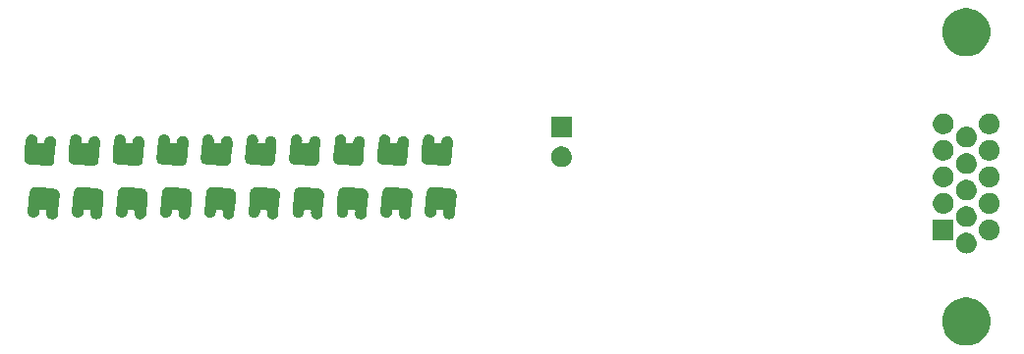
<source format=gbs>
G04 #@! TF.GenerationSoftware,KiCad,Pcbnew,7.0.9*
G04 #@! TF.CreationDate,2023-11-21T14:26:00-05:00*
G04 #@! TF.ProjectId,SCART2VGA,53434152-5432-4564-9741-2e6b69636164,rev?*
G04 #@! TF.SameCoordinates,Original*
G04 #@! TF.FileFunction,Soldermask,Bot*
G04 #@! TF.FilePolarity,Negative*
%FSLAX46Y46*%
G04 Gerber Fmt 4.6, Leading zero omitted, Abs format (unit mm)*
G04 Created by KiCad (PCBNEW 7.0.9) date 2023-11-21 14:26:00*
%MOMM*%
%LPD*%
G01*
G04 APERTURE LIST*
G04 APERTURE END LIST*
G36*
X185703799Y-116730568D02*
G01*
X185977554Y-116807270D01*
X186238315Y-116920535D01*
X186481225Y-117068252D01*
X186701758Y-117247669D01*
X186895807Y-117455444D01*
X187059756Y-117687707D01*
X187190551Y-117940131D01*
X187285757Y-118208013D01*
X187343599Y-118486365D01*
X187363000Y-118770000D01*
X187343599Y-119053635D01*
X187285757Y-119331987D01*
X187190551Y-119599869D01*
X187059756Y-119852293D01*
X186895807Y-120084556D01*
X186701758Y-120292331D01*
X186481225Y-120471748D01*
X186238315Y-120619465D01*
X185977554Y-120732730D01*
X185703799Y-120809432D01*
X185422149Y-120848144D01*
X185137851Y-120848144D01*
X184856201Y-120809432D01*
X184582446Y-120732730D01*
X184321685Y-120619465D01*
X184078775Y-120471748D01*
X183858242Y-120292331D01*
X183664193Y-120084556D01*
X183500244Y-119852293D01*
X183369449Y-119599869D01*
X183274243Y-119331987D01*
X183216401Y-119053635D01*
X183197000Y-118770000D01*
X183216401Y-118486365D01*
X183274243Y-118208013D01*
X183369449Y-117940131D01*
X183500244Y-117687707D01*
X183664193Y-117455444D01*
X183858242Y-117247669D01*
X184078775Y-117068252D01*
X184321685Y-116920535D01*
X184582446Y-116807270D01*
X184856201Y-116730568D01*
X185137851Y-116691856D01*
X185422149Y-116691856D01*
X185703799Y-116730568D01*
G37*
G36*
X185325151Y-111104930D02*
G01*
X185374076Y-111104930D01*
X185416321Y-111113909D01*
X185455485Y-111117767D01*
X185504689Y-111132693D01*
X185558115Y-111144049D01*
X185592300Y-111159269D01*
X185624230Y-111168955D01*
X185674971Y-111196076D01*
X185730000Y-111220577D01*
X185755583Y-111239164D01*
X185779743Y-111252078D01*
X185829023Y-111292521D01*
X185882218Y-111331170D01*
X185899491Y-111350354D01*
X185916053Y-111363946D01*
X185960563Y-111418182D01*
X186008115Y-111470993D01*
X186018103Y-111488293D01*
X186027921Y-111500256D01*
X186064237Y-111568200D01*
X186102191Y-111633937D01*
X186106557Y-111647374D01*
X186111044Y-111655769D01*
X186135779Y-111737311D01*
X186160333Y-111812879D01*
X186161197Y-111821103D01*
X186162232Y-111824514D01*
X186172305Y-111926787D01*
X186180000Y-112000000D01*
X186172304Y-112073218D01*
X186162232Y-112175485D01*
X186161197Y-112178895D01*
X186160333Y-112187121D01*
X186135774Y-112262702D01*
X186111044Y-112344230D01*
X186106558Y-112352622D01*
X186102191Y-112366063D01*
X186064230Y-112431812D01*
X186027921Y-112499743D01*
X186018105Y-112511703D01*
X186008115Y-112529007D01*
X185960554Y-112581828D01*
X185916053Y-112636053D01*
X185899494Y-112649642D01*
X185882218Y-112668830D01*
X185829012Y-112707486D01*
X185779743Y-112747921D01*
X185755588Y-112760831D01*
X185730000Y-112779423D01*
X185674960Y-112803928D01*
X185624230Y-112831044D01*
X185592307Y-112840727D01*
X185558115Y-112855951D01*
X185504678Y-112867309D01*
X185455485Y-112882232D01*
X185416330Y-112886088D01*
X185374076Y-112895070D01*
X185325140Y-112895070D01*
X185280000Y-112899516D01*
X185234859Y-112895070D01*
X185185924Y-112895070D01*
X185143669Y-112886088D01*
X185104514Y-112882232D01*
X185055317Y-112867308D01*
X185001885Y-112855951D01*
X184967694Y-112840728D01*
X184935769Y-112831044D01*
X184885033Y-112803925D01*
X184830000Y-112779423D01*
X184804413Y-112760833D01*
X184780256Y-112747921D01*
X184730978Y-112707479D01*
X184677782Y-112668830D01*
X184660507Y-112649645D01*
X184643946Y-112636053D01*
X184599434Y-112581815D01*
X184551885Y-112529007D01*
X184541897Y-112511707D01*
X184532078Y-112499743D01*
X184495756Y-112431788D01*
X184457809Y-112366063D01*
X184453443Y-112352627D01*
X184448955Y-112344230D01*
X184424210Y-112262656D01*
X184399667Y-112187121D01*
X184398802Y-112178900D01*
X184397767Y-112175485D01*
X184387679Y-112073067D01*
X184380000Y-112000000D01*
X184387678Y-111926939D01*
X184397767Y-111824514D01*
X184398803Y-111821098D01*
X184399667Y-111812879D01*
X184424205Y-111737357D01*
X184448955Y-111655769D01*
X184453444Y-111647369D01*
X184457809Y-111633937D01*
X184495748Y-111568223D01*
X184532078Y-111500256D01*
X184541899Y-111488289D01*
X184551885Y-111470993D01*
X184599424Y-111418194D01*
X184643946Y-111363946D01*
X184660511Y-111350350D01*
X184677782Y-111331170D01*
X184730968Y-111292527D01*
X184780256Y-111252078D01*
X184804419Y-111239162D01*
X184830000Y-111220577D01*
X184885022Y-111196079D01*
X184935769Y-111168955D01*
X184967701Y-111159268D01*
X185001885Y-111144049D01*
X185055306Y-111132693D01*
X185104514Y-111117767D01*
X185143678Y-111113909D01*
X185185924Y-111104930D01*
X185234849Y-111104930D01*
X185280000Y-111100483D01*
X185325151Y-111104930D01*
G37*
G36*
X184169134Y-109958806D02*
G01*
X184185355Y-109969645D01*
X184196194Y-109985866D01*
X184200000Y-110005000D01*
X184200000Y-111705000D01*
X184196194Y-111724134D01*
X184185355Y-111740355D01*
X184169134Y-111751194D01*
X184150000Y-111755000D01*
X182450000Y-111755000D01*
X182430866Y-111751194D01*
X182414645Y-111740355D01*
X182403806Y-111724134D01*
X182400000Y-111705000D01*
X182400000Y-110005000D01*
X182403806Y-109985866D01*
X182414645Y-109969645D01*
X182430866Y-109958806D01*
X182450000Y-109955000D01*
X184150000Y-109955000D01*
X184169134Y-109958806D01*
G37*
G36*
X187305151Y-109959930D02*
G01*
X187354076Y-109959930D01*
X187396321Y-109968909D01*
X187435485Y-109972767D01*
X187484689Y-109987693D01*
X187538115Y-109999049D01*
X187572300Y-110014269D01*
X187604230Y-110023955D01*
X187654971Y-110051076D01*
X187710000Y-110075577D01*
X187735583Y-110094164D01*
X187759743Y-110107078D01*
X187809023Y-110147521D01*
X187862218Y-110186170D01*
X187879491Y-110205354D01*
X187896053Y-110218946D01*
X187940563Y-110273182D01*
X187988115Y-110325993D01*
X187998103Y-110343293D01*
X188007921Y-110355256D01*
X188044237Y-110423200D01*
X188082191Y-110488937D01*
X188086557Y-110502374D01*
X188091044Y-110510769D01*
X188115779Y-110592311D01*
X188140333Y-110667879D01*
X188141197Y-110676103D01*
X188142232Y-110679514D01*
X188152305Y-110781787D01*
X188160000Y-110855000D01*
X188152304Y-110928218D01*
X188142232Y-111030485D01*
X188141197Y-111033895D01*
X188140333Y-111042121D01*
X188115774Y-111117702D01*
X188091044Y-111199230D01*
X188086558Y-111207622D01*
X188082191Y-111221063D01*
X188044230Y-111286812D01*
X188007921Y-111354743D01*
X187998105Y-111366703D01*
X187988115Y-111384007D01*
X187940554Y-111436828D01*
X187896053Y-111491053D01*
X187879494Y-111504642D01*
X187862218Y-111523830D01*
X187809012Y-111562486D01*
X187759743Y-111602921D01*
X187735588Y-111615831D01*
X187710000Y-111634423D01*
X187654960Y-111658928D01*
X187604230Y-111686044D01*
X187572307Y-111695727D01*
X187538115Y-111710951D01*
X187484678Y-111722309D01*
X187435485Y-111737232D01*
X187396330Y-111741088D01*
X187354076Y-111750070D01*
X187305140Y-111750070D01*
X187260000Y-111754516D01*
X187214859Y-111750070D01*
X187165924Y-111750070D01*
X187123669Y-111741088D01*
X187084514Y-111737232D01*
X187035317Y-111722308D01*
X186981885Y-111710951D01*
X186947694Y-111695728D01*
X186915769Y-111686044D01*
X186865033Y-111658925D01*
X186810000Y-111634423D01*
X186784413Y-111615833D01*
X186760256Y-111602921D01*
X186710978Y-111562479D01*
X186657782Y-111523830D01*
X186640507Y-111504645D01*
X186623946Y-111491053D01*
X186579434Y-111436815D01*
X186531885Y-111384007D01*
X186521897Y-111366707D01*
X186512078Y-111354743D01*
X186475756Y-111286788D01*
X186437809Y-111221063D01*
X186433443Y-111207627D01*
X186428955Y-111199230D01*
X186404210Y-111117656D01*
X186379667Y-111042121D01*
X186378802Y-111033900D01*
X186377767Y-111030485D01*
X186367679Y-110928067D01*
X186360000Y-110855000D01*
X186367678Y-110781939D01*
X186377767Y-110679514D01*
X186378803Y-110676098D01*
X186379667Y-110667879D01*
X186404205Y-110592357D01*
X186428955Y-110510769D01*
X186433444Y-110502369D01*
X186437809Y-110488937D01*
X186475748Y-110423223D01*
X186512078Y-110355256D01*
X186521899Y-110343289D01*
X186531885Y-110325993D01*
X186579424Y-110273194D01*
X186623946Y-110218946D01*
X186640511Y-110205350D01*
X186657782Y-110186170D01*
X186710968Y-110147527D01*
X186760256Y-110107078D01*
X186784419Y-110094162D01*
X186810000Y-110075577D01*
X186865022Y-110051079D01*
X186915769Y-110023955D01*
X186947701Y-110014268D01*
X186981885Y-109999049D01*
X187035306Y-109987693D01*
X187084514Y-109972767D01*
X187123678Y-109968909D01*
X187165924Y-109959930D01*
X187214849Y-109959930D01*
X187260000Y-109955483D01*
X187305151Y-109959930D01*
G37*
G36*
X185325151Y-108814930D02*
G01*
X185374076Y-108814930D01*
X185416321Y-108823909D01*
X185455485Y-108827767D01*
X185504689Y-108842693D01*
X185558115Y-108854049D01*
X185592300Y-108869269D01*
X185624230Y-108878955D01*
X185674971Y-108906076D01*
X185730000Y-108930577D01*
X185755583Y-108949164D01*
X185779743Y-108962078D01*
X185829023Y-109002521D01*
X185882218Y-109041170D01*
X185899491Y-109060354D01*
X185916053Y-109073946D01*
X185960563Y-109128182D01*
X186008115Y-109180993D01*
X186018103Y-109198293D01*
X186027921Y-109210256D01*
X186064237Y-109278200D01*
X186102191Y-109343937D01*
X186106557Y-109357374D01*
X186111044Y-109365769D01*
X186135779Y-109447311D01*
X186160333Y-109522879D01*
X186161197Y-109531103D01*
X186162232Y-109534514D01*
X186172305Y-109636787D01*
X186180000Y-109710000D01*
X186172304Y-109783218D01*
X186162232Y-109885485D01*
X186161197Y-109888895D01*
X186160333Y-109897121D01*
X186135774Y-109972702D01*
X186111044Y-110054230D01*
X186106558Y-110062622D01*
X186102191Y-110076063D01*
X186064230Y-110141812D01*
X186027921Y-110209743D01*
X186018105Y-110221703D01*
X186008115Y-110239007D01*
X185960554Y-110291828D01*
X185916053Y-110346053D01*
X185899494Y-110359642D01*
X185882218Y-110378830D01*
X185829012Y-110417486D01*
X185779743Y-110457921D01*
X185755588Y-110470831D01*
X185730000Y-110489423D01*
X185674960Y-110513928D01*
X185624230Y-110541044D01*
X185592307Y-110550727D01*
X185558115Y-110565951D01*
X185504678Y-110577309D01*
X185455485Y-110592232D01*
X185416330Y-110596088D01*
X185374076Y-110605070D01*
X185325140Y-110605070D01*
X185280000Y-110609516D01*
X185234859Y-110605070D01*
X185185924Y-110605070D01*
X185143669Y-110596088D01*
X185104514Y-110592232D01*
X185055317Y-110577308D01*
X185001885Y-110565951D01*
X184967694Y-110550728D01*
X184935769Y-110541044D01*
X184885033Y-110513925D01*
X184830000Y-110489423D01*
X184804413Y-110470833D01*
X184780256Y-110457921D01*
X184730978Y-110417479D01*
X184677782Y-110378830D01*
X184660507Y-110359645D01*
X184643946Y-110346053D01*
X184599434Y-110291815D01*
X184551885Y-110239007D01*
X184541897Y-110221707D01*
X184532078Y-110209743D01*
X184495756Y-110141788D01*
X184457809Y-110076063D01*
X184453443Y-110062627D01*
X184448955Y-110054230D01*
X184424210Y-109972656D01*
X184399667Y-109897121D01*
X184398802Y-109888900D01*
X184397767Y-109885485D01*
X184387679Y-109783067D01*
X184380000Y-109710000D01*
X184387678Y-109636939D01*
X184397767Y-109534514D01*
X184398803Y-109531098D01*
X184399667Y-109522879D01*
X184424205Y-109447357D01*
X184448955Y-109365769D01*
X184453444Y-109357369D01*
X184457809Y-109343937D01*
X184495748Y-109278223D01*
X184532078Y-109210256D01*
X184541899Y-109198289D01*
X184551885Y-109180993D01*
X184599424Y-109128194D01*
X184643946Y-109073946D01*
X184660511Y-109060350D01*
X184677782Y-109041170D01*
X184730968Y-109002527D01*
X184780256Y-108962078D01*
X184804419Y-108949162D01*
X184830000Y-108930577D01*
X184885022Y-108906079D01*
X184935769Y-108878955D01*
X184967701Y-108869268D01*
X185001885Y-108854049D01*
X185055306Y-108842693D01*
X185104514Y-108827767D01*
X185143678Y-108823909D01*
X185185924Y-108814930D01*
X185234849Y-108814930D01*
X185280000Y-108810483D01*
X185325151Y-108814930D01*
G37*
G36*
X105428592Y-107198468D02*
G01*
X106704982Y-107310138D01*
X106704990Y-107310139D01*
X106711519Y-107310711D01*
X106816401Y-107331357D01*
X106830091Y-107337873D01*
X106838658Y-107339773D01*
X106887554Y-107365226D01*
X106944900Y-107392524D01*
X106951729Y-107398634D01*
X106954232Y-107399937D01*
X106997435Y-107439525D01*
X107050963Y-107487415D01*
X107088868Y-107548507D01*
X107120311Y-107597862D01*
X107121157Y-107600546D01*
X107125995Y-107608343D01*
X107142932Y-107669605D01*
X107159495Y-107722134D01*
X107159877Y-107730896D01*
X107163918Y-107745511D01*
X107166038Y-107852386D01*
X107119035Y-108389629D01*
X107119300Y-108394391D01*
X107118727Y-108400930D01*
X107118728Y-108400934D01*
X107025676Y-109464516D01*
X107023428Y-109490205D01*
X107007028Y-109560223D01*
X106994366Y-109617342D01*
X106993065Y-109619840D01*
X106990974Y-109628770D01*
X106959629Y-109684069D01*
X106934199Y-109732920D01*
X106928276Y-109739383D01*
X106920797Y-109752579D01*
X106879725Y-109792367D01*
X106846170Y-109828987D01*
X106833772Y-109836885D01*
X106818581Y-109851602D01*
X106773373Y-109875363D01*
X106736275Y-109898998D01*
X106716613Y-109905197D01*
X106692608Y-109917815D01*
X106648448Y-109926689D01*
X106612004Y-109938181D01*
X106585518Y-109939337D01*
X106553083Y-109945856D01*
X106514172Y-109942451D01*
X106481828Y-109943864D01*
X106450221Y-109936857D01*
X106411310Y-109933453D01*
X106380496Y-109921399D01*
X106354614Y-109915662D01*
X106320717Y-109898016D01*
X106278773Y-109881609D01*
X106257325Y-109865016D01*
X106239038Y-109855496D01*
X106206598Y-109825770D01*
X106166213Y-109794526D01*
X106153812Y-109777401D01*
X106142968Y-109767464D01*
X106116266Y-109725550D01*
X106082745Y-109679258D01*
X106077672Y-109664969D01*
X106072959Y-109657571D01*
X106056388Y-109605016D01*
X106035133Y-109545144D01*
X106034624Y-109535989D01*
X106033776Y-109533300D01*
X106031218Y-109474733D01*
X106027234Y-109403049D01*
X106027804Y-109396529D01*
X106027804Y-109396520D01*
X106043394Y-109218316D01*
X105990145Y-109154856D01*
X105509139Y-109112773D01*
X105445680Y-109166023D01*
X105432827Y-109312921D01*
X105429517Y-109350756D01*
X105413117Y-109420774D01*
X105400455Y-109477893D01*
X105399154Y-109480391D01*
X105397063Y-109489321D01*
X105365718Y-109544620D01*
X105340288Y-109593471D01*
X105334365Y-109599934D01*
X105326886Y-109613130D01*
X105285814Y-109652918D01*
X105252259Y-109689538D01*
X105239861Y-109697436D01*
X105224670Y-109712153D01*
X105179462Y-109735914D01*
X105142364Y-109759549D01*
X105122702Y-109765748D01*
X105098697Y-109778366D01*
X105054537Y-109787240D01*
X105018093Y-109798732D01*
X104991607Y-109799888D01*
X104959172Y-109806407D01*
X104920261Y-109803002D01*
X104887917Y-109804415D01*
X104856310Y-109797408D01*
X104817399Y-109794004D01*
X104786585Y-109781950D01*
X104760703Y-109776213D01*
X104726806Y-109758567D01*
X104684862Y-109742160D01*
X104663414Y-109725567D01*
X104645127Y-109716047D01*
X104612687Y-109686321D01*
X104572302Y-109655077D01*
X104559901Y-109637952D01*
X104549057Y-109628015D01*
X104522355Y-109586101D01*
X104488834Y-109539809D01*
X104483761Y-109525520D01*
X104479048Y-109518122D01*
X104462477Y-109465567D01*
X104441222Y-109405695D01*
X104440713Y-109396540D01*
X104439865Y-109393851D01*
X104437308Y-109335295D01*
X104433323Y-109263600D01*
X104433893Y-109257077D01*
X104433893Y-109257064D01*
X104497617Y-108528703D01*
X104497492Y-108522356D01*
X104508283Y-108399009D01*
X104575360Y-107632314D01*
X104575360Y-107632310D01*
X104575932Y-107625781D01*
X104596579Y-107520898D01*
X104603093Y-107507212D01*
X104604993Y-107498643D01*
X104630450Y-107449739D01*
X104657745Y-107392399D01*
X104663856Y-107385567D01*
X104665159Y-107383066D01*
X104704743Y-107339867D01*
X104752636Y-107286337D01*
X104813623Y-107248496D01*
X104863083Y-107216987D01*
X104865775Y-107216138D01*
X104873565Y-107211305D01*
X104934782Y-107194380D01*
X104987355Y-107177804D01*
X104996122Y-107177421D01*
X105010733Y-107173382D01*
X105117607Y-107171261D01*
X105428592Y-107198468D01*
G37*
G36*
X109228592Y-107198468D02*
G01*
X110504982Y-107310138D01*
X110504990Y-107310139D01*
X110511519Y-107310711D01*
X110616401Y-107331357D01*
X110630091Y-107337873D01*
X110638658Y-107339773D01*
X110687554Y-107365226D01*
X110744900Y-107392524D01*
X110751729Y-107398634D01*
X110754232Y-107399937D01*
X110797435Y-107439525D01*
X110850963Y-107487415D01*
X110888868Y-107548507D01*
X110920311Y-107597862D01*
X110921157Y-107600546D01*
X110925995Y-107608343D01*
X110942932Y-107669605D01*
X110959495Y-107722134D01*
X110959877Y-107730896D01*
X110963918Y-107745511D01*
X110966038Y-107852386D01*
X110919035Y-108389629D01*
X110919300Y-108394391D01*
X110918727Y-108400930D01*
X110918728Y-108400934D01*
X110825676Y-109464516D01*
X110823428Y-109490205D01*
X110807028Y-109560223D01*
X110794366Y-109617342D01*
X110793065Y-109619840D01*
X110790974Y-109628770D01*
X110759629Y-109684069D01*
X110734199Y-109732920D01*
X110728276Y-109739383D01*
X110720797Y-109752579D01*
X110679725Y-109792367D01*
X110646170Y-109828987D01*
X110633772Y-109836885D01*
X110618581Y-109851602D01*
X110573373Y-109875363D01*
X110536275Y-109898998D01*
X110516613Y-109905197D01*
X110492608Y-109917815D01*
X110448448Y-109926689D01*
X110412004Y-109938181D01*
X110385518Y-109939337D01*
X110353083Y-109945856D01*
X110314172Y-109942451D01*
X110281828Y-109943864D01*
X110250221Y-109936857D01*
X110211310Y-109933453D01*
X110180496Y-109921399D01*
X110154614Y-109915662D01*
X110120717Y-109898016D01*
X110078773Y-109881609D01*
X110057325Y-109865016D01*
X110039038Y-109855496D01*
X110006598Y-109825770D01*
X109966213Y-109794526D01*
X109953812Y-109777401D01*
X109942968Y-109767464D01*
X109916266Y-109725550D01*
X109882745Y-109679258D01*
X109877672Y-109664969D01*
X109872959Y-109657571D01*
X109856388Y-109605016D01*
X109835133Y-109545144D01*
X109834624Y-109535989D01*
X109833776Y-109533300D01*
X109831218Y-109474733D01*
X109827234Y-109403049D01*
X109827804Y-109396529D01*
X109827804Y-109396520D01*
X109843394Y-109218316D01*
X109790145Y-109154856D01*
X109309139Y-109112773D01*
X109245680Y-109166023D01*
X109232827Y-109312921D01*
X109229517Y-109350756D01*
X109213117Y-109420774D01*
X109200455Y-109477893D01*
X109199154Y-109480391D01*
X109197063Y-109489321D01*
X109165718Y-109544620D01*
X109140288Y-109593471D01*
X109134365Y-109599934D01*
X109126886Y-109613130D01*
X109085814Y-109652918D01*
X109052259Y-109689538D01*
X109039861Y-109697436D01*
X109024670Y-109712153D01*
X108979462Y-109735914D01*
X108942364Y-109759549D01*
X108922702Y-109765748D01*
X108898697Y-109778366D01*
X108854537Y-109787240D01*
X108818093Y-109798732D01*
X108791607Y-109799888D01*
X108759172Y-109806407D01*
X108720261Y-109803002D01*
X108687917Y-109804415D01*
X108656310Y-109797408D01*
X108617399Y-109794004D01*
X108586585Y-109781950D01*
X108560703Y-109776213D01*
X108526806Y-109758567D01*
X108484862Y-109742160D01*
X108463414Y-109725567D01*
X108445127Y-109716047D01*
X108412687Y-109686321D01*
X108372302Y-109655077D01*
X108359901Y-109637952D01*
X108349057Y-109628015D01*
X108322355Y-109586101D01*
X108288834Y-109539809D01*
X108283761Y-109525520D01*
X108279048Y-109518122D01*
X108262477Y-109465567D01*
X108241222Y-109405695D01*
X108240713Y-109396540D01*
X108239865Y-109393851D01*
X108237308Y-109335295D01*
X108233323Y-109263600D01*
X108233893Y-109257077D01*
X108233893Y-109257064D01*
X108297617Y-108528703D01*
X108297492Y-108522356D01*
X108308283Y-108399009D01*
X108375360Y-107632314D01*
X108375360Y-107632310D01*
X108375932Y-107625781D01*
X108396579Y-107520898D01*
X108403093Y-107507212D01*
X108404993Y-107498643D01*
X108430450Y-107449739D01*
X108457745Y-107392399D01*
X108463856Y-107385567D01*
X108465159Y-107383066D01*
X108504743Y-107339867D01*
X108552636Y-107286337D01*
X108613623Y-107248496D01*
X108663083Y-107216987D01*
X108665775Y-107216138D01*
X108673565Y-107211305D01*
X108734782Y-107194380D01*
X108787355Y-107177804D01*
X108796122Y-107177421D01*
X108810733Y-107173382D01*
X108917607Y-107171261D01*
X109228592Y-107198468D01*
G37*
G36*
X113028592Y-107198468D02*
G01*
X114304982Y-107310138D01*
X114304990Y-107310139D01*
X114311519Y-107310711D01*
X114416401Y-107331357D01*
X114430091Y-107337873D01*
X114438658Y-107339773D01*
X114487554Y-107365226D01*
X114544900Y-107392524D01*
X114551729Y-107398634D01*
X114554232Y-107399937D01*
X114597435Y-107439525D01*
X114650963Y-107487415D01*
X114688868Y-107548507D01*
X114720311Y-107597862D01*
X114721157Y-107600546D01*
X114725995Y-107608343D01*
X114742932Y-107669605D01*
X114759495Y-107722134D01*
X114759877Y-107730896D01*
X114763918Y-107745511D01*
X114766038Y-107852386D01*
X114719035Y-108389629D01*
X114719300Y-108394391D01*
X114718727Y-108400930D01*
X114718728Y-108400934D01*
X114625676Y-109464516D01*
X114623428Y-109490205D01*
X114607028Y-109560223D01*
X114594366Y-109617342D01*
X114593065Y-109619840D01*
X114590974Y-109628770D01*
X114559629Y-109684069D01*
X114534199Y-109732920D01*
X114528276Y-109739383D01*
X114520797Y-109752579D01*
X114479725Y-109792367D01*
X114446170Y-109828987D01*
X114433772Y-109836885D01*
X114418581Y-109851602D01*
X114373373Y-109875363D01*
X114336275Y-109898998D01*
X114316613Y-109905197D01*
X114292608Y-109917815D01*
X114248448Y-109926689D01*
X114212004Y-109938181D01*
X114185518Y-109939337D01*
X114153083Y-109945856D01*
X114114172Y-109942451D01*
X114081828Y-109943864D01*
X114050221Y-109936857D01*
X114011310Y-109933453D01*
X113980496Y-109921399D01*
X113954614Y-109915662D01*
X113920717Y-109898016D01*
X113878773Y-109881609D01*
X113857325Y-109865016D01*
X113839038Y-109855496D01*
X113806598Y-109825770D01*
X113766213Y-109794526D01*
X113753812Y-109777401D01*
X113742968Y-109767464D01*
X113716266Y-109725550D01*
X113682745Y-109679258D01*
X113677672Y-109664969D01*
X113672959Y-109657571D01*
X113656388Y-109605016D01*
X113635133Y-109545144D01*
X113634624Y-109535989D01*
X113633776Y-109533300D01*
X113631218Y-109474733D01*
X113627234Y-109403049D01*
X113627804Y-109396529D01*
X113627804Y-109396520D01*
X113643394Y-109218316D01*
X113590145Y-109154856D01*
X113109139Y-109112773D01*
X113045680Y-109166023D01*
X113032827Y-109312921D01*
X113029517Y-109350756D01*
X113013117Y-109420774D01*
X113000455Y-109477893D01*
X112999154Y-109480391D01*
X112997063Y-109489321D01*
X112965718Y-109544620D01*
X112940288Y-109593471D01*
X112934365Y-109599934D01*
X112926886Y-109613130D01*
X112885814Y-109652918D01*
X112852259Y-109689538D01*
X112839861Y-109697436D01*
X112824670Y-109712153D01*
X112779462Y-109735914D01*
X112742364Y-109759549D01*
X112722702Y-109765748D01*
X112698697Y-109778366D01*
X112654537Y-109787240D01*
X112618093Y-109798732D01*
X112591607Y-109799888D01*
X112559172Y-109806407D01*
X112520261Y-109803002D01*
X112487917Y-109804415D01*
X112456310Y-109797408D01*
X112417399Y-109794004D01*
X112386585Y-109781950D01*
X112360703Y-109776213D01*
X112326806Y-109758567D01*
X112284862Y-109742160D01*
X112263414Y-109725567D01*
X112245127Y-109716047D01*
X112212687Y-109686321D01*
X112172302Y-109655077D01*
X112159901Y-109637952D01*
X112149057Y-109628015D01*
X112122355Y-109586101D01*
X112088834Y-109539809D01*
X112083761Y-109525520D01*
X112079048Y-109518122D01*
X112062477Y-109465567D01*
X112041222Y-109405695D01*
X112040713Y-109396540D01*
X112039865Y-109393851D01*
X112037308Y-109335295D01*
X112033323Y-109263600D01*
X112033893Y-109257077D01*
X112033893Y-109257064D01*
X112097617Y-108528703D01*
X112097492Y-108522356D01*
X112108283Y-108399009D01*
X112175360Y-107632314D01*
X112175360Y-107632310D01*
X112175932Y-107625781D01*
X112196579Y-107520898D01*
X112203093Y-107507212D01*
X112204993Y-107498643D01*
X112230450Y-107449739D01*
X112257745Y-107392399D01*
X112263856Y-107385567D01*
X112265159Y-107383066D01*
X112304743Y-107339867D01*
X112352636Y-107286337D01*
X112413623Y-107248496D01*
X112463083Y-107216987D01*
X112465775Y-107216138D01*
X112473565Y-107211305D01*
X112534782Y-107194380D01*
X112587355Y-107177804D01*
X112596122Y-107177421D01*
X112610733Y-107173382D01*
X112717607Y-107171261D01*
X113028592Y-107198468D01*
G37*
G36*
X116828592Y-107198468D02*
G01*
X118104982Y-107310138D01*
X118104990Y-107310139D01*
X118111519Y-107310711D01*
X118216401Y-107331357D01*
X118230091Y-107337873D01*
X118238658Y-107339773D01*
X118287554Y-107365226D01*
X118344900Y-107392524D01*
X118351729Y-107398634D01*
X118354232Y-107399937D01*
X118397435Y-107439525D01*
X118450963Y-107487415D01*
X118488868Y-107548507D01*
X118520311Y-107597862D01*
X118521157Y-107600546D01*
X118525995Y-107608343D01*
X118542932Y-107669605D01*
X118559495Y-107722134D01*
X118559877Y-107730896D01*
X118563918Y-107745511D01*
X118566038Y-107852386D01*
X118519035Y-108389629D01*
X118519300Y-108394391D01*
X118518727Y-108400930D01*
X118518728Y-108400934D01*
X118425676Y-109464516D01*
X118423428Y-109490205D01*
X118407028Y-109560223D01*
X118394366Y-109617342D01*
X118393065Y-109619840D01*
X118390974Y-109628770D01*
X118359629Y-109684069D01*
X118334199Y-109732920D01*
X118328276Y-109739383D01*
X118320797Y-109752579D01*
X118279725Y-109792367D01*
X118246170Y-109828987D01*
X118233772Y-109836885D01*
X118218581Y-109851602D01*
X118173373Y-109875363D01*
X118136275Y-109898998D01*
X118116613Y-109905197D01*
X118092608Y-109917815D01*
X118048448Y-109926689D01*
X118012004Y-109938181D01*
X117985518Y-109939337D01*
X117953083Y-109945856D01*
X117914172Y-109942451D01*
X117881828Y-109943864D01*
X117850221Y-109936857D01*
X117811310Y-109933453D01*
X117780496Y-109921399D01*
X117754614Y-109915662D01*
X117720717Y-109898016D01*
X117678773Y-109881609D01*
X117657325Y-109865016D01*
X117639038Y-109855496D01*
X117606598Y-109825770D01*
X117566213Y-109794526D01*
X117553812Y-109777401D01*
X117542968Y-109767464D01*
X117516266Y-109725550D01*
X117482745Y-109679258D01*
X117477672Y-109664969D01*
X117472959Y-109657571D01*
X117456388Y-109605016D01*
X117435133Y-109545144D01*
X117434624Y-109535989D01*
X117433776Y-109533300D01*
X117431218Y-109474733D01*
X117427234Y-109403049D01*
X117427804Y-109396529D01*
X117427804Y-109396520D01*
X117443394Y-109218316D01*
X117390145Y-109154856D01*
X116909139Y-109112773D01*
X116845680Y-109166023D01*
X116832827Y-109312921D01*
X116829517Y-109350756D01*
X116813117Y-109420774D01*
X116800455Y-109477893D01*
X116799154Y-109480391D01*
X116797063Y-109489321D01*
X116765718Y-109544620D01*
X116740288Y-109593471D01*
X116734365Y-109599934D01*
X116726886Y-109613130D01*
X116685814Y-109652918D01*
X116652259Y-109689538D01*
X116639861Y-109697436D01*
X116624670Y-109712153D01*
X116579462Y-109735914D01*
X116542364Y-109759549D01*
X116522702Y-109765748D01*
X116498697Y-109778366D01*
X116454537Y-109787240D01*
X116418093Y-109798732D01*
X116391607Y-109799888D01*
X116359172Y-109806407D01*
X116320261Y-109803002D01*
X116287917Y-109804415D01*
X116256310Y-109797408D01*
X116217399Y-109794004D01*
X116186585Y-109781950D01*
X116160703Y-109776213D01*
X116126806Y-109758567D01*
X116084862Y-109742160D01*
X116063414Y-109725567D01*
X116045127Y-109716047D01*
X116012687Y-109686321D01*
X115972302Y-109655077D01*
X115959901Y-109637952D01*
X115949057Y-109628015D01*
X115922355Y-109586101D01*
X115888834Y-109539809D01*
X115883761Y-109525520D01*
X115879048Y-109518122D01*
X115862477Y-109465567D01*
X115841222Y-109405695D01*
X115840713Y-109396540D01*
X115839865Y-109393851D01*
X115837308Y-109335295D01*
X115833323Y-109263600D01*
X115833893Y-109257077D01*
X115833893Y-109257064D01*
X115897617Y-108528703D01*
X115897492Y-108522356D01*
X115908283Y-108399009D01*
X115975360Y-107632314D01*
X115975360Y-107632310D01*
X115975932Y-107625781D01*
X115996579Y-107520898D01*
X116003093Y-107507212D01*
X116004993Y-107498643D01*
X116030450Y-107449739D01*
X116057745Y-107392399D01*
X116063856Y-107385567D01*
X116065159Y-107383066D01*
X116104743Y-107339867D01*
X116152636Y-107286337D01*
X116213623Y-107248496D01*
X116263083Y-107216987D01*
X116265775Y-107216138D01*
X116273565Y-107211305D01*
X116334782Y-107194380D01*
X116387355Y-107177804D01*
X116396122Y-107177421D01*
X116410733Y-107173382D01*
X116517607Y-107171261D01*
X116828592Y-107198468D01*
G37*
G36*
X120628592Y-107198468D02*
G01*
X121904982Y-107310138D01*
X121904990Y-107310139D01*
X121911519Y-107310711D01*
X122016401Y-107331357D01*
X122030091Y-107337873D01*
X122038658Y-107339773D01*
X122087554Y-107365226D01*
X122144900Y-107392524D01*
X122151729Y-107398634D01*
X122154232Y-107399937D01*
X122197435Y-107439525D01*
X122250963Y-107487415D01*
X122288868Y-107548507D01*
X122320311Y-107597862D01*
X122321157Y-107600546D01*
X122325995Y-107608343D01*
X122342932Y-107669605D01*
X122359495Y-107722134D01*
X122359877Y-107730896D01*
X122363918Y-107745511D01*
X122366038Y-107852386D01*
X122319035Y-108389629D01*
X122319300Y-108394391D01*
X122318727Y-108400930D01*
X122318728Y-108400934D01*
X122225676Y-109464516D01*
X122223428Y-109490205D01*
X122207028Y-109560223D01*
X122194366Y-109617342D01*
X122193065Y-109619840D01*
X122190974Y-109628770D01*
X122159629Y-109684069D01*
X122134199Y-109732920D01*
X122128276Y-109739383D01*
X122120797Y-109752579D01*
X122079725Y-109792367D01*
X122046170Y-109828987D01*
X122033772Y-109836885D01*
X122018581Y-109851602D01*
X121973373Y-109875363D01*
X121936275Y-109898998D01*
X121916613Y-109905197D01*
X121892608Y-109917815D01*
X121848448Y-109926689D01*
X121812004Y-109938181D01*
X121785518Y-109939337D01*
X121753083Y-109945856D01*
X121714172Y-109942451D01*
X121681828Y-109943864D01*
X121650221Y-109936857D01*
X121611310Y-109933453D01*
X121580496Y-109921399D01*
X121554614Y-109915662D01*
X121520717Y-109898016D01*
X121478773Y-109881609D01*
X121457325Y-109865016D01*
X121439038Y-109855496D01*
X121406598Y-109825770D01*
X121366213Y-109794526D01*
X121353812Y-109777401D01*
X121342968Y-109767464D01*
X121316266Y-109725550D01*
X121282745Y-109679258D01*
X121277672Y-109664969D01*
X121272959Y-109657571D01*
X121256388Y-109605016D01*
X121235133Y-109545144D01*
X121234624Y-109535989D01*
X121233776Y-109533300D01*
X121231218Y-109474733D01*
X121227234Y-109403049D01*
X121227804Y-109396529D01*
X121227804Y-109396520D01*
X121243394Y-109218316D01*
X121190145Y-109154856D01*
X120709139Y-109112773D01*
X120645680Y-109166023D01*
X120632827Y-109312921D01*
X120629517Y-109350756D01*
X120613117Y-109420774D01*
X120600455Y-109477893D01*
X120599154Y-109480391D01*
X120597063Y-109489321D01*
X120565718Y-109544620D01*
X120540288Y-109593471D01*
X120534365Y-109599934D01*
X120526886Y-109613130D01*
X120485814Y-109652918D01*
X120452259Y-109689538D01*
X120439861Y-109697436D01*
X120424670Y-109712153D01*
X120379462Y-109735914D01*
X120342364Y-109759549D01*
X120322702Y-109765748D01*
X120298697Y-109778366D01*
X120254537Y-109787240D01*
X120218093Y-109798732D01*
X120191607Y-109799888D01*
X120159172Y-109806407D01*
X120120261Y-109803002D01*
X120087917Y-109804415D01*
X120056310Y-109797408D01*
X120017399Y-109794004D01*
X119986585Y-109781950D01*
X119960703Y-109776213D01*
X119926806Y-109758567D01*
X119884862Y-109742160D01*
X119863414Y-109725567D01*
X119845127Y-109716047D01*
X119812687Y-109686321D01*
X119772302Y-109655077D01*
X119759901Y-109637952D01*
X119749057Y-109628015D01*
X119722355Y-109586101D01*
X119688834Y-109539809D01*
X119683761Y-109525520D01*
X119679048Y-109518122D01*
X119662477Y-109465567D01*
X119641222Y-109405695D01*
X119640713Y-109396540D01*
X119639865Y-109393851D01*
X119637308Y-109335295D01*
X119633323Y-109263600D01*
X119633893Y-109257077D01*
X119633893Y-109257064D01*
X119697617Y-108528703D01*
X119697492Y-108522356D01*
X119708283Y-108399009D01*
X119775360Y-107632314D01*
X119775360Y-107632310D01*
X119775932Y-107625781D01*
X119796579Y-107520898D01*
X119803093Y-107507212D01*
X119804993Y-107498643D01*
X119830450Y-107449739D01*
X119857745Y-107392399D01*
X119863856Y-107385567D01*
X119865159Y-107383066D01*
X119904743Y-107339867D01*
X119952636Y-107286337D01*
X120013623Y-107248496D01*
X120063083Y-107216987D01*
X120065775Y-107216138D01*
X120073565Y-107211305D01*
X120134782Y-107194380D01*
X120187355Y-107177804D01*
X120196122Y-107177421D01*
X120210733Y-107173382D01*
X120317607Y-107171261D01*
X120628592Y-107198468D01*
G37*
G36*
X124428592Y-107198468D02*
G01*
X125704982Y-107310138D01*
X125704990Y-107310139D01*
X125711519Y-107310711D01*
X125816401Y-107331357D01*
X125830091Y-107337873D01*
X125838658Y-107339773D01*
X125887554Y-107365226D01*
X125944900Y-107392524D01*
X125951729Y-107398634D01*
X125954232Y-107399937D01*
X125997435Y-107439525D01*
X126050963Y-107487415D01*
X126088868Y-107548507D01*
X126120311Y-107597862D01*
X126121157Y-107600546D01*
X126125995Y-107608343D01*
X126142932Y-107669605D01*
X126159495Y-107722134D01*
X126159877Y-107730896D01*
X126163918Y-107745511D01*
X126166038Y-107852386D01*
X126119035Y-108389629D01*
X126119300Y-108394391D01*
X126118727Y-108400930D01*
X126118728Y-108400934D01*
X126025676Y-109464516D01*
X126023428Y-109490205D01*
X126007028Y-109560223D01*
X125994366Y-109617342D01*
X125993065Y-109619840D01*
X125990974Y-109628770D01*
X125959629Y-109684069D01*
X125934199Y-109732920D01*
X125928276Y-109739383D01*
X125920797Y-109752579D01*
X125879725Y-109792367D01*
X125846170Y-109828987D01*
X125833772Y-109836885D01*
X125818581Y-109851602D01*
X125773373Y-109875363D01*
X125736275Y-109898998D01*
X125716613Y-109905197D01*
X125692608Y-109917815D01*
X125648448Y-109926689D01*
X125612004Y-109938181D01*
X125585518Y-109939337D01*
X125553083Y-109945856D01*
X125514172Y-109942451D01*
X125481828Y-109943864D01*
X125450221Y-109936857D01*
X125411310Y-109933453D01*
X125380496Y-109921399D01*
X125354614Y-109915662D01*
X125320717Y-109898016D01*
X125278773Y-109881609D01*
X125257325Y-109865016D01*
X125239038Y-109855496D01*
X125206598Y-109825770D01*
X125166213Y-109794526D01*
X125153812Y-109777401D01*
X125142968Y-109767464D01*
X125116266Y-109725550D01*
X125082745Y-109679258D01*
X125077672Y-109664969D01*
X125072959Y-109657571D01*
X125056388Y-109605016D01*
X125035133Y-109545144D01*
X125034624Y-109535989D01*
X125033776Y-109533300D01*
X125031218Y-109474733D01*
X125027234Y-109403049D01*
X125027804Y-109396529D01*
X125027804Y-109396520D01*
X125043394Y-109218316D01*
X124990145Y-109154856D01*
X124509139Y-109112773D01*
X124445680Y-109166023D01*
X124432827Y-109312921D01*
X124429517Y-109350756D01*
X124413117Y-109420774D01*
X124400455Y-109477893D01*
X124399154Y-109480391D01*
X124397063Y-109489321D01*
X124365718Y-109544620D01*
X124340288Y-109593471D01*
X124334365Y-109599934D01*
X124326886Y-109613130D01*
X124285814Y-109652918D01*
X124252259Y-109689538D01*
X124239861Y-109697436D01*
X124224670Y-109712153D01*
X124179462Y-109735914D01*
X124142364Y-109759549D01*
X124122702Y-109765748D01*
X124098697Y-109778366D01*
X124054537Y-109787240D01*
X124018093Y-109798732D01*
X123991607Y-109799888D01*
X123959172Y-109806407D01*
X123920261Y-109803002D01*
X123887917Y-109804415D01*
X123856310Y-109797408D01*
X123817399Y-109794004D01*
X123786585Y-109781950D01*
X123760703Y-109776213D01*
X123726806Y-109758567D01*
X123684862Y-109742160D01*
X123663414Y-109725567D01*
X123645127Y-109716047D01*
X123612687Y-109686321D01*
X123572302Y-109655077D01*
X123559901Y-109637952D01*
X123549057Y-109628015D01*
X123522355Y-109586101D01*
X123488834Y-109539809D01*
X123483761Y-109525520D01*
X123479048Y-109518122D01*
X123462477Y-109465567D01*
X123441222Y-109405695D01*
X123440713Y-109396540D01*
X123439865Y-109393851D01*
X123437308Y-109335295D01*
X123433323Y-109263600D01*
X123433893Y-109257077D01*
X123433893Y-109257064D01*
X123497617Y-108528703D01*
X123497492Y-108522356D01*
X123508283Y-108399009D01*
X123575360Y-107632314D01*
X123575360Y-107632310D01*
X123575932Y-107625781D01*
X123596579Y-107520898D01*
X123603093Y-107507212D01*
X123604993Y-107498643D01*
X123630450Y-107449739D01*
X123657745Y-107392399D01*
X123663856Y-107385567D01*
X123665159Y-107383066D01*
X123704743Y-107339867D01*
X123752636Y-107286337D01*
X123813623Y-107248496D01*
X123863083Y-107216987D01*
X123865775Y-107216138D01*
X123873565Y-107211305D01*
X123934782Y-107194380D01*
X123987355Y-107177804D01*
X123996122Y-107177421D01*
X124010733Y-107173382D01*
X124117607Y-107171261D01*
X124428592Y-107198468D01*
G37*
G36*
X128228592Y-107198468D02*
G01*
X129504982Y-107310138D01*
X129504990Y-107310139D01*
X129511519Y-107310711D01*
X129616401Y-107331357D01*
X129630091Y-107337873D01*
X129638658Y-107339773D01*
X129687554Y-107365226D01*
X129744900Y-107392524D01*
X129751729Y-107398634D01*
X129754232Y-107399937D01*
X129797435Y-107439525D01*
X129850963Y-107487415D01*
X129888868Y-107548507D01*
X129920311Y-107597862D01*
X129921157Y-107600546D01*
X129925995Y-107608343D01*
X129942932Y-107669605D01*
X129959495Y-107722134D01*
X129959877Y-107730896D01*
X129963918Y-107745511D01*
X129966038Y-107852386D01*
X129919035Y-108389629D01*
X129919300Y-108394391D01*
X129918727Y-108400930D01*
X129918728Y-108400934D01*
X129825676Y-109464516D01*
X129823428Y-109490205D01*
X129807028Y-109560223D01*
X129794366Y-109617342D01*
X129793065Y-109619840D01*
X129790974Y-109628770D01*
X129759629Y-109684069D01*
X129734199Y-109732920D01*
X129728276Y-109739383D01*
X129720797Y-109752579D01*
X129679725Y-109792367D01*
X129646170Y-109828987D01*
X129633772Y-109836885D01*
X129618581Y-109851602D01*
X129573373Y-109875363D01*
X129536275Y-109898998D01*
X129516613Y-109905197D01*
X129492608Y-109917815D01*
X129448448Y-109926689D01*
X129412004Y-109938181D01*
X129385518Y-109939337D01*
X129353083Y-109945856D01*
X129314172Y-109942451D01*
X129281828Y-109943864D01*
X129250221Y-109936857D01*
X129211310Y-109933453D01*
X129180496Y-109921399D01*
X129154614Y-109915662D01*
X129120717Y-109898016D01*
X129078773Y-109881609D01*
X129057325Y-109865016D01*
X129039038Y-109855496D01*
X129006598Y-109825770D01*
X128966213Y-109794526D01*
X128953812Y-109777401D01*
X128942968Y-109767464D01*
X128916266Y-109725550D01*
X128882745Y-109679258D01*
X128877672Y-109664969D01*
X128872959Y-109657571D01*
X128856388Y-109605016D01*
X128835133Y-109545144D01*
X128834624Y-109535989D01*
X128833776Y-109533300D01*
X128831218Y-109474733D01*
X128827234Y-109403049D01*
X128827804Y-109396529D01*
X128827804Y-109396520D01*
X128843394Y-109218316D01*
X128790145Y-109154856D01*
X128309139Y-109112773D01*
X128245680Y-109166023D01*
X128232827Y-109312921D01*
X128229517Y-109350756D01*
X128213117Y-109420774D01*
X128200455Y-109477893D01*
X128199154Y-109480391D01*
X128197063Y-109489321D01*
X128165718Y-109544620D01*
X128140288Y-109593471D01*
X128134365Y-109599934D01*
X128126886Y-109613130D01*
X128085814Y-109652918D01*
X128052259Y-109689538D01*
X128039861Y-109697436D01*
X128024670Y-109712153D01*
X127979462Y-109735914D01*
X127942364Y-109759549D01*
X127922702Y-109765748D01*
X127898697Y-109778366D01*
X127854537Y-109787240D01*
X127818093Y-109798732D01*
X127791607Y-109799888D01*
X127759172Y-109806407D01*
X127720261Y-109803002D01*
X127687917Y-109804415D01*
X127656310Y-109797408D01*
X127617399Y-109794004D01*
X127586585Y-109781950D01*
X127560703Y-109776213D01*
X127526806Y-109758567D01*
X127484862Y-109742160D01*
X127463414Y-109725567D01*
X127445127Y-109716047D01*
X127412687Y-109686321D01*
X127372302Y-109655077D01*
X127359901Y-109637952D01*
X127349057Y-109628015D01*
X127322355Y-109586101D01*
X127288834Y-109539809D01*
X127283761Y-109525520D01*
X127279048Y-109518122D01*
X127262477Y-109465567D01*
X127241222Y-109405695D01*
X127240713Y-109396540D01*
X127239865Y-109393851D01*
X127237308Y-109335295D01*
X127233323Y-109263600D01*
X127233893Y-109257077D01*
X127233893Y-109257064D01*
X127297617Y-108528703D01*
X127297492Y-108522356D01*
X127308283Y-108399009D01*
X127375360Y-107632314D01*
X127375360Y-107632310D01*
X127375932Y-107625781D01*
X127396579Y-107520898D01*
X127403093Y-107507212D01*
X127404993Y-107498643D01*
X127430450Y-107449739D01*
X127457745Y-107392399D01*
X127463856Y-107385567D01*
X127465159Y-107383066D01*
X127504743Y-107339867D01*
X127552636Y-107286337D01*
X127613623Y-107248496D01*
X127663083Y-107216987D01*
X127665775Y-107216138D01*
X127673565Y-107211305D01*
X127734782Y-107194380D01*
X127787355Y-107177804D01*
X127796122Y-107177421D01*
X127810733Y-107173382D01*
X127917607Y-107171261D01*
X128228592Y-107198468D01*
G37*
G36*
X132028592Y-107198468D02*
G01*
X133304982Y-107310138D01*
X133304990Y-107310139D01*
X133311519Y-107310711D01*
X133416401Y-107331357D01*
X133430091Y-107337873D01*
X133438658Y-107339773D01*
X133487554Y-107365226D01*
X133544900Y-107392524D01*
X133551729Y-107398634D01*
X133554232Y-107399937D01*
X133597435Y-107439525D01*
X133650963Y-107487415D01*
X133688868Y-107548507D01*
X133720311Y-107597862D01*
X133721157Y-107600546D01*
X133725995Y-107608343D01*
X133742932Y-107669605D01*
X133759495Y-107722134D01*
X133759877Y-107730896D01*
X133763918Y-107745511D01*
X133766038Y-107852386D01*
X133719035Y-108389629D01*
X133719300Y-108394391D01*
X133718727Y-108400930D01*
X133718728Y-108400934D01*
X133625676Y-109464516D01*
X133623428Y-109490205D01*
X133607028Y-109560223D01*
X133594366Y-109617342D01*
X133593065Y-109619840D01*
X133590974Y-109628770D01*
X133559629Y-109684069D01*
X133534199Y-109732920D01*
X133528276Y-109739383D01*
X133520797Y-109752579D01*
X133479725Y-109792367D01*
X133446170Y-109828987D01*
X133433772Y-109836885D01*
X133418581Y-109851602D01*
X133373373Y-109875363D01*
X133336275Y-109898998D01*
X133316613Y-109905197D01*
X133292608Y-109917815D01*
X133248448Y-109926689D01*
X133212004Y-109938181D01*
X133185518Y-109939337D01*
X133153083Y-109945856D01*
X133114172Y-109942451D01*
X133081828Y-109943864D01*
X133050221Y-109936857D01*
X133011310Y-109933453D01*
X132980496Y-109921399D01*
X132954614Y-109915662D01*
X132920717Y-109898016D01*
X132878773Y-109881609D01*
X132857325Y-109865016D01*
X132839038Y-109855496D01*
X132806598Y-109825770D01*
X132766213Y-109794526D01*
X132753812Y-109777401D01*
X132742968Y-109767464D01*
X132716266Y-109725550D01*
X132682745Y-109679258D01*
X132677672Y-109664969D01*
X132672959Y-109657571D01*
X132656388Y-109605016D01*
X132635133Y-109545144D01*
X132634624Y-109535989D01*
X132633776Y-109533300D01*
X132631218Y-109474733D01*
X132627234Y-109403049D01*
X132627804Y-109396529D01*
X132627804Y-109396520D01*
X132643394Y-109218316D01*
X132590145Y-109154856D01*
X132109139Y-109112773D01*
X132045680Y-109166023D01*
X132032827Y-109312921D01*
X132029517Y-109350756D01*
X132013117Y-109420774D01*
X132000455Y-109477893D01*
X131999154Y-109480391D01*
X131997063Y-109489321D01*
X131965718Y-109544620D01*
X131940288Y-109593471D01*
X131934365Y-109599934D01*
X131926886Y-109613130D01*
X131885814Y-109652918D01*
X131852259Y-109689538D01*
X131839861Y-109697436D01*
X131824670Y-109712153D01*
X131779462Y-109735914D01*
X131742364Y-109759549D01*
X131722702Y-109765748D01*
X131698697Y-109778366D01*
X131654537Y-109787240D01*
X131618093Y-109798732D01*
X131591607Y-109799888D01*
X131559172Y-109806407D01*
X131520261Y-109803002D01*
X131487917Y-109804415D01*
X131456310Y-109797408D01*
X131417399Y-109794004D01*
X131386585Y-109781950D01*
X131360703Y-109776213D01*
X131326806Y-109758567D01*
X131284862Y-109742160D01*
X131263414Y-109725567D01*
X131245127Y-109716047D01*
X131212687Y-109686321D01*
X131172302Y-109655077D01*
X131159901Y-109637952D01*
X131149057Y-109628015D01*
X131122355Y-109586101D01*
X131088834Y-109539809D01*
X131083761Y-109525520D01*
X131079048Y-109518122D01*
X131062477Y-109465567D01*
X131041222Y-109405695D01*
X131040713Y-109396540D01*
X131039865Y-109393851D01*
X131037308Y-109335295D01*
X131033323Y-109263600D01*
X131033893Y-109257077D01*
X131033893Y-109257064D01*
X131097617Y-108528703D01*
X131097492Y-108522356D01*
X131108283Y-108399009D01*
X131175360Y-107632314D01*
X131175360Y-107632310D01*
X131175932Y-107625781D01*
X131196579Y-107520898D01*
X131203093Y-107507212D01*
X131204993Y-107498643D01*
X131230450Y-107449739D01*
X131257745Y-107392399D01*
X131263856Y-107385567D01*
X131265159Y-107383066D01*
X131304743Y-107339867D01*
X131352636Y-107286337D01*
X131413623Y-107248496D01*
X131463083Y-107216987D01*
X131465775Y-107216138D01*
X131473565Y-107211305D01*
X131534782Y-107194380D01*
X131587355Y-107177804D01*
X131596122Y-107177421D01*
X131610733Y-107173382D01*
X131717607Y-107171261D01*
X132028592Y-107198468D01*
G37*
G36*
X135828572Y-107198467D02*
G01*
X137104962Y-107310137D01*
X137104970Y-107310138D01*
X137111499Y-107310710D01*
X137216381Y-107331356D01*
X137230071Y-107337872D01*
X137238638Y-107339772D01*
X137287534Y-107365225D01*
X137344880Y-107392523D01*
X137351709Y-107398633D01*
X137354212Y-107399936D01*
X137397415Y-107439524D01*
X137450943Y-107487414D01*
X137488848Y-107548506D01*
X137520291Y-107597861D01*
X137521137Y-107600545D01*
X137525975Y-107608342D01*
X137542912Y-107669604D01*
X137559475Y-107722133D01*
X137559857Y-107730895D01*
X137563898Y-107745510D01*
X137566018Y-107852385D01*
X137519015Y-108389628D01*
X137519280Y-108394390D01*
X137518707Y-108400929D01*
X137518708Y-108400933D01*
X137424485Y-109477892D01*
X137423408Y-109490204D01*
X137407008Y-109560222D01*
X137394346Y-109617341D01*
X137393045Y-109619839D01*
X137390954Y-109628769D01*
X137359609Y-109684068D01*
X137334179Y-109732919D01*
X137328256Y-109739382D01*
X137320777Y-109752578D01*
X137279705Y-109792366D01*
X137246150Y-109828986D01*
X137233752Y-109836884D01*
X137218561Y-109851601D01*
X137173353Y-109875362D01*
X137136255Y-109898997D01*
X137116593Y-109905196D01*
X137092588Y-109917814D01*
X137048428Y-109926688D01*
X137011984Y-109938180D01*
X136985498Y-109939336D01*
X136953063Y-109945855D01*
X136914152Y-109942450D01*
X136881808Y-109943863D01*
X136850201Y-109936856D01*
X136811290Y-109933452D01*
X136780476Y-109921398D01*
X136754594Y-109915661D01*
X136720697Y-109898015D01*
X136678753Y-109881608D01*
X136657305Y-109865015D01*
X136639018Y-109855495D01*
X136606578Y-109825769D01*
X136566193Y-109794525D01*
X136553792Y-109777400D01*
X136542948Y-109767463D01*
X136516246Y-109725549D01*
X136482725Y-109679257D01*
X136477652Y-109664968D01*
X136472939Y-109657570D01*
X136456368Y-109605015D01*
X136435113Y-109545143D01*
X136434604Y-109535988D01*
X136433756Y-109533299D01*
X136431198Y-109474732D01*
X136427214Y-109403048D01*
X136427784Y-109396528D01*
X136427784Y-109396519D01*
X136443374Y-109218315D01*
X136390125Y-109154855D01*
X135909119Y-109112772D01*
X135845660Y-109166022D01*
X135832807Y-109312921D01*
X135829497Y-109350755D01*
X135813097Y-109420773D01*
X135800435Y-109477892D01*
X135799134Y-109480390D01*
X135797043Y-109489320D01*
X135765698Y-109544619D01*
X135740268Y-109593470D01*
X135734345Y-109599933D01*
X135726866Y-109613129D01*
X135685794Y-109652917D01*
X135652239Y-109689537D01*
X135639841Y-109697435D01*
X135624650Y-109712152D01*
X135579442Y-109735913D01*
X135542344Y-109759548D01*
X135522682Y-109765747D01*
X135498677Y-109778365D01*
X135454517Y-109787239D01*
X135418073Y-109798731D01*
X135391587Y-109799887D01*
X135359152Y-109806406D01*
X135320241Y-109803001D01*
X135287897Y-109804414D01*
X135256290Y-109797407D01*
X135217379Y-109794003D01*
X135186565Y-109781949D01*
X135160683Y-109776212D01*
X135126786Y-109758566D01*
X135084842Y-109742159D01*
X135063394Y-109725566D01*
X135045107Y-109716046D01*
X135012667Y-109686320D01*
X134972282Y-109655076D01*
X134959881Y-109637951D01*
X134949037Y-109628014D01*
X134922335Y-109586100D01*
X134888814Y-109539808D01*
X134883741Y-109525519D01*
X134879028Y-109518121D01*
X134862457Y-109465566D01*
X134841202Y-109405694D01*
X134840693Y-109396539D01*
X134839845Y-109393850D01*
X134837288Y-109335294D01*
X134833303Y-109263599D01*
X134833873Y-109257076D01*
X134833873Y-109257063D01*
X134897597Y-108528702D01*
X134897472Y-108522355D01*
X134915607Y-108315070D01*
X134975340Y-107632313D01*
X134975340Y-107632309D01*
X134975912Y-107625780D01*
X134996559Y-107520897D01*
X135003073Y-107507211D01*
X135004973Y-107498642D01*
X135030430Y-107449738D01*
X135057725Y-107392398D01*
X135063836Y-107385566D01*
X135065139Y-107383065D01*
X135104723Y-107339866D01*
X135152616Y-107286336D01*
X135213603Y-107248495D01*
X135263063Y-107216986D01*
X135265755Y-107216137D01*
X135273545Y-107211304D01*
X135334762Y-107194379D01*
X135387335Y-107177803D01*
X135396102Y-107177420D01*
X135410713Y-107173381D01*
X135517587Y-107171260D01*
X135828572Y-107198467D01*
G37*
G36*
X139628572Y-107198467D02*
G01*
X140904962Y-107310137D01*
X140904970Y-107310138D01*
X140911499Y-107310710D01*
X141016381Y-107331356D01*
X141030071Y-107337872D01*
X141038638Y-107339772D01*
X141087534Y-107365225D01*
X141144880Y-107392523D01*
X141151709Y-107398633D01*
X141154212Y-107399936D01*
X141197415Y-107439524D01*
X141250943Y-107487414D01*
X141288848Y-107548506D01*
X141320291Y-107597861D01*
X141321137Y-107600545D01*
X141325975Y-107608342D01*
X141342912Y-107669604D01*
X141359475Y-107722133D01*
X141359857Y-107730895D01*
X141363898Y-107745510D01*
X141366018Y-107852385D01*
X141319015Y-108389628D01*
X141319280Y-108394390D01*
X141318707Y-108400929D01*
X141318708Y-108400933D01*
X141224485Y-109477892D01*
X141223408Y-109490204D01*
X141207008Y-109560222D01*
X141194346Y-109617341D01*
X141193045Y-109619839D01*
X141190954Y-109628769D01*
X141159609Y-109684068D01*
X141134179Y-109732919D01*
X141128256Y-109739382D01*
X141120777Y-109752578D01*
X141079705Y-109792366D01*
X141046150Y-109828986D01*
X141033752Y-109836884D01*
X141018561Y-109851601D01*
X140973353Y-109875362D01*
X140936255Y-109898997D01*
X140916593Y-109905196D01*
X140892588Y-109917814D01*
X140848428Y-109926688D01*
X140811984Y-109938180D01*
X140785498Y-109939336D01*
X140753063Y-109945855D01*
X140714152Y-109942450D01*
X140681808Y-109943863D01*
X140650201Y-109936856D01*
X140611290Y-109933452D01*
X140580476Y-109921398D01*
X140554594Y-109915661D01*
X140520697Y-109898015D01*
X140478753Y-109881608D01*
X140457305Y-109865015D01*
X140439018Y-109855495D01*
X140406578Y-109825769D01*
X140366193Y-109794525D01*
X140353792Y-109777400D01*
X140342948Y-109767463D01*
X140316246Y-109725549D01*
X140282725Y-109679257D01*
X140277652Y-109664968D01*
X140272939Y-109657570D01*
X140256368Y-109605015D01*
X140235113Y-109545143D01*
X140234604Y-109535988D01*
X140233756Y-109533299D01*
X140231198Y-109474732D01*
X140227214Y-109403048D01*
X140227784Y-109396528D01*
X140227784Y-109396519D01*
X140243374Y-109218315D01*
X140190125Y-109154855D01*
X139709119Y-109112772D01*
X139645660Y-109166022D01*
X139632807Y-109312921D01*
X139629497Y-109350755D01*
X139613097Y-109420773D01*
X139600435Y-109477892D01*
X139599134Y-109480390D01*
X139597043Y-109489320D01*
X139565698Y-109544619D01*
X139540268Y-109593470D01*
X139534345Y-109599933D01*
X139526866Y-109613129D01*
X139485794Y-109652917D01*
X139452239Y-109689537D01*
X139439841Y-109697435D01*
X139424650Y-109712152D01*
X139379442Y-109735913D01*
X139342344Y-109759548D01*
X139322682Y-109765747D01*
X139298677Y-109778365D01*
X139254517Y-109787239D01*
X139218073Y-109798731D01*
X139191587Y-109799887D01*
X139159152Y-109806406D01*
X139120241Y-109803001D01*
X139087897Y-109804414D01*
X139056290Y-109797407D01*
X139017379Y-109794003D01*
X138986565Y-109781949D01*
X138960683Y-109776212D01*
X138926786Y-109758566D01*
X138884842Y-109742159D01*
X138863394Y-109725566D01*
X138845107Y-109716046D01*
X138812667Y-109686320D01*
X138772282Y-109655076D01*
X138759881Y-109637951D01*
X138749037Y-109628014D01*
X138722335Y-109586100D01*
X138688814Y-109539808D01*
X138683741Y-109525519D01*
X138679028Y-109518121D01*
X138662457Y-109465566D01*
X138641202Y-109405694D01*
X138640693Y-109396539D01*
X138639845Y-109393850D01*
X138637288Y-109335294D01*
X138633303Y-109263599D01*
X138633873Y-109257076D01*
X138633873Y-109257063D01*
X138697597Y-108528702D01*
X138697472Y-108522355D01*
X138715607Y-108315070D01*
X138775340Y-107632313D01*
X138775340Y-107632309D01*
X138775912Y-107625780D01*
X138796559Y-107520897D01*
X138803073Y-107507211D01*
X138804973Y-107498642D01*
X138830430Y-107449738D01*
X138857725Y-107392398D01*
X138863836Y-107385566D01*
X138865139Y-107383065D01*
X138904723Y-107339866D01*
X138952616Y-107286336D01*
X139013603Y-107248495D01*
X139063063Y-107216986D01*
X139065755Y-107216137D01*
X139073545Y-107211304D01*
X139134762Y-107194379D01*
X139187335Y-107177803D01*
X139196102Y-107177420D01*
X139210713Y-107173381D01*
X139317587Y-107171260D01*
X139628572Y-107198467D01*
G37*
G36*
X183345151Y-107669930D02*
G01*
X183394076Y-107669930D01*
X183436321Y-107678909D01*
X183475485Y-107682767D01*
X183524689Y-107697693D01*
X183578115Y-107709049D01*
X183612300Y-107724269D01*
X183644230Y-107733955D01*
X183694971Y-107761076D01*
X183750000Y-107785577D01*
X183775583Y-107804164D01*
X183799743Y-107817078D01*
X183849023Y-107857521D01*
X183902218Y-107896170D01*
X183919491Y-107915354D01*
X183936053Y-107928946D01*
X183980563Y-107983182D01*
X184028115Y-108035993D01*
X184038103Y-108053293D01*
X184047921Y-108065256D01*
X184084237Y-108133200D01*
X184122191Y-108198937D01*
X184126557Y-108212374D01*
X184131044Y-108220769D01*
X184155779Y-108302311D01*
X184180333Y-108377879D01*
X184181197Y-108386103D01*
X184182232Y-108389514D01*
X184192305Y-108491787D01*
X184200000Y-108565000D01*
X184192304Y-108638218D01*
X184182232Y-108740485D01*
X184181197Y-108743895D01*
X184180333Y-108752121D01*
X184155774Y-108827702D01*
X184131044Y-108909230D01*
X184126558Y-108917622D01*
X184122191Y-108931063D01*
X184084230Y-108996812D01*
X184047921Y-109064743D01*
X184038105Y-109076703D01*
X184028115Y-109094007D01*
X183980554Y-109146828D01*
X183936053Y-109201053D01*
X183919494Y-109214642D01*
X183902218Y-109233830D01*
X183849012Y-109272486D01*
X183799743Y-109312921D01*
X183775588Y-109325831D01*
X183750000Y-109344423D01*
X183694960Y-109368928D01*
X183644230Y-109396044D01*
X183612307Y-109405727D01*
X183578115Y-109420951D01*
X183524678Y-109432309D01*
X183475485Y-109447232D01*
X183436330Y-109451088D01*
X183394076Y-109460070D01*
X183345140Y-109460070D01*
X183300000Y-109464516D01*
X183254859Y-109460070D01*
X183205924Y-109460070D01*
X183163669Y-109451088D01*
X183124514Y-109447232D01*
X183075317Y-109432308D01*
X183021885Y-109420951D01*
X182987694Y-109405728D01*
X182955769Y-109396044D01*
X182905033Y-109368925D01*
X182850000Y-109344423D01*
X182824413Y-109325833D01*
X182800256Y-109312921D01*
X182750978Y-109272479D01*
X182697782Y-109233830D01*
X182680507Y-109214645D01*
X182663946Y-109201053D01*
X182619434Y-109146815D01*
X182571885Y-109094007D01*
X182561897Y-109076707D01*
X182552078Y-109064743D01*
X182515756Y-108996788D01*
X182477809Y-108931063D01*
X182473443Y-108917627D01*
X182468955Y-108909230D01*
X182444210Y-108827656D01*
X182419667Y-108752121D01*
X182418802Y-108743900D01*
X182417767Y-108740485D01*
X182407679Y-108638067D01*
X182400000Y-108565000D01*
X182407678Y-108491939D01*
X182417767Y-108389514D01*
X182418803Y-108386098D01*
X182419667Y-108377879D01*
X182444205Y-108302357D01*
X182468955Y-108220769D01*
X182473444Y-108212369D01*
X182477809Y-108198937D01*
X182515748Y-108133223D01*
X182552078Y-108065256D01*
X182561899Y-108053289D01*
X182571885Y-108035993D01*
X182619424Y-107983194D01*
X182663946Y-107928946D01*
X182680511Y-107915350D01*
X182697782Y-107896170D01*
X182750968Y-107857527D01*
X182800256Y-107817078D01*
X182824419Y-107804162D01*
X182850000Y-107785577D01*
X182905022Y-107761079D01*
X182955769Y-107733955D01*
X182987701Y-107724268D01*
X183021885Y-107709049D01*
X183075306Y-107697693D01*
X183124514Y-107682767D01*
X183163678Y-107678909D01*
X183205924Y-107669930D01*
X183254849Y-107669930D01*
X183300000Y-107665483D01*
X183345151Y-107669930D01*
G37*
G36*
X187305151Y-107669930D02*
G01*
X187354076Y-107669930D01*
X187396321Y-107678909D01*
X187435485Y-107682767D01*
X187484689Y-107697693D01*
X187538115Y-107709049D01*
X187572300Y-107724269D01*
X187604230Y-107733955D01*
X187654971Y-107761076D01*
X187710000Y-107785577D01*
X187735583Y-107804164D01*
X187759743Y-107817078D01*
X187809023Y-107857521D01*
X187862218Y-107896170D01*
X187879491Y-107915354D01*
X187896053Y-107928946D01*
X187940563Y-107983182D01*
X187988115Y-108035993D01*
X187998103Y-108053293D01*
X188007921Y-108065256D01*
X188044237Y-108133200D01*
X188082191Y-108198937D01*
X188086557Y-108212374D01*
X188091044Y-108220769D01*
X188115779Y-108302311D01*
X188140333Y-108377879D01*
X188141197Y-108386103D01*
X188142232Y-108389514D01*
X188152305Y-108491787D01*
X188160000Y-108565000D01*
X188152304Y-108638218D01*
X188142232Y-108740485D01*
X188141197Y-108743895D01*
X188140333Y-108752121D01*
X188115774Y-108827702D01*
X188091044Y-108909230D01*
X188086558Y-108917622D01*
X188082191Y-108931063D01*
X188044230Y-108996812D01*
X188007921Y-109064743D01*
X187998105Y-109076703D01*
X187988115Y-109094007D01*
X187940554Y-109146828D01*
X187896053Y-109201053D01*
X187879494Y-109214642D01*
X187862218Y-109233830D01*
X187809012Y-109272486D01*
X187759743Y-109312921D01*
X187735588Y-109325831D01*
X187710000Y-109344423D01*
X187654960Y-109368928D01*
X187604230Y-109396044D01*
X187572307Y-109405727D01*
X187538115Y-109420951D01*
X187484678Y-109432309D01*
X187435485Y-109447232D01*
X187396330Y-109451088D01*
X187354076Y-109460070D01*
X187305140Y-109460070D01*
X187260000Y-109464516D01*
X187214859Y-109460070D01*
X187165924Y-109460070D01*
X187123669Y-109451088D01*
X187084514Y-109447232D01*
X187035317Y-109432308D01*
X186981885Y-109420951D01*
X186947694Y-109405728D01*
X186915769Y-109396044D01*
X186865033Y-109368925D01*
X186810000Y-109344423D01*
X186784413Y-109325833D01*
X186760256Y-109312921D01*
X186710978Y-109272479D01*
X186657782Y-109233830D01*
X186640507Y-109214645D01*
X186623946Y-109201053D01*
X186579434Y-109146815D01*
X186531885Y-109094007D01*
X186521897Y-109076707D01*
X186512078Y-109064743D01*
X186475756Y-108996788D01*
X186437809Y-108931063D01*
X186433443Y-108917627D01*
X186428955Y-108909230D01*
X186404210Y-108827656D01*
X186379667Y-108752121D01*
X186378802Y-108743900D01*
X186377767Y-108740485D01*
X186367679Y-108638067D01*
X186360000Y-108565000D01*
X186367678Y-108491939D01*
X186377767Y-108389514D01*
X186378803Y-108386098D01*
X186379667Y-108377879D01*
X186404205Y-108302357D01*
X186428955Y-108220769D01*
X186433444Y-108212369D01*
X186437809Y-108198937D01*
X186475748Y-108133223D01*
X186512078Y-108065256D01*
X186521899Y-108053289D01*
X186531885Y-108035993D01*
X186579424Y-107983194D01*
X186623946Y-107928946D01*
X186640511Y-107915350D01*
X186657782Y-107896170D01*
X186710968Y-107857527D01*
X186760256Y-107817078D01*
X186784419Y-107804162D01*
X186810000Y-107785577D01*
X186865022Y-107761079D01*
X186915769Y-107733955D01*
X186947701Y-107724268D01*
X186981885Y-107709049D01*
X187035306Y-107697693D01*
X187084514Y-107682767D01*
X187123678Y-107678909D01*
X187165924Y-107669930D01*
X187214849Y-107669930D01*
X187260000Y-107665483D01*
X187305151Y-107669930D01*
G37*
G36*
X185325151Y-106524930D02*
G01*
X185374076Y-106524930D01*
X185416321Y-106533909D01*
X185455485Y-106537767D01*
X185504689Y-106552693D01*
X185558115Y-106564049D01*
X185592300Y-106579269D01*
X185624230Y-106588955D01*
X185674971Y-106616076D01*
X185730000Y-106640577D01*
X185755583Y-106659164D01*
X185779743Y-106672078D01*
X185829023Y-106712521D01*
X185882218Y-106751170D01*
X185899491Y-106770354D01*
X185916053Y-106783946D01*
X185960563Y-106838182D01*
X186008115Y-106890993D01*
X186018103Y-106908293D01*
X186027921Y-106920256D01*
X186064237Y-106988200D01*
X186102191Y-107053937D01*
X186106557Y-107067374D01*
X186111044Y-107075769D01*
X186135779Y-107157311D01*
X186160333Y-107232879D01*
X186161197Y-107241103D01*
X186162232Y-107244514D01*
X186172305Y-107346787D01*
X186180000Y-107420000D01*
X186172304Y-107493218D01*
X186162232Y-107595485D01*
X186161197Y-107598895D01*
X186160333Y-107607121D01*
X186135774Y-107682702D01*
X186111044Y-107764230D01*
X186106558Y-107772622D01*
X186102191Y-107786063D01*
X186064230Y-107851812D01*
X186027921Y-107919743D01*
X186018105Y-107931703D01*
X186008115Y-107949007D01*
X185960554Y-108001828D01*
X185916053Y-108056053D01*
X185899494Y-108069642D01*
X185882218Y-108088830D01*
X185829012Y-108127486D01*
X185779743Y-108167921D01*
X185755588Y-108180831D01*
X185730000Y-108199423D01*
X185674960Y-108223928D01*
X185624230Y-108251044D01*
X185592307Y-108260727D01*
X185558115Y-108275951D01*
X185504678Y-108287309D01*
X185455485Y-108302232D01*
X185416330Y-108306088D01*
X185374076Y-108315070D01*
X185325140Y-108315070D01*
X185280000Y-108319516D01*
X185234859Y-108315070D01*
X185185924Y-108315070D01*
X185143669Y-108306088D01*
X185104514Y-108302232D01*
X185055317Y-108287308D01*
X185001885Y-108275951D01*
X184967694Y-108260728D01*
X184935769Y-108251044D01*
X184885033Y-108223925D01*
X184830000Y-108199423D01*
X184804413Y-108180833D01*
X184780256Y-108167921D01*
X184730978Y-108127479D01*
X184677782Y-108088830D01*
X184660507Y-108069645D01*
X184643946Y-108056053D01*
X184599434Y-108001815D01*
X184551885Y-107949007D01*
X184541897Y-107931707D01*
X184532078Y-107919743D01*
X184495756Y-107851788D01*
X184457809Y-107786063D01*
X184453443Y-107772627D01*
X184448955Y-107764230D01*
X184424210Y-107682656D01*
X184399667Y-107607121D01*
X184398802Y-107598900D01*
X184397767Y-107595485D01*
X184387679Y-107493067D01*
X184380000Y-107420000D01*
X184387678Y-107346939D01*
X184397767Y-107244514D01*
X184398803Y-107241098D01*
X184399667Y-107232879D01*
X184424205Y-107157357D01*
X184448955Y-107075769D01*
X184453444Y-107067369D01*
X184457809Y-107053937D01*
X184495748Y-106988223D01*
X184532078Y-106920256D01*
X184541899Y-106908289D01*
X184551885Y-106890993D01*
X184599424Y-106838194D01*
X184643946Y-106783946D01*
X184660511Y-106770350D01*
X184677782Y-106751170D01*
X184730968Y-106712527D01*
X184780256Y-106672078D01*
X184804419Y-106659162D01*
X184830000Y-106640577D01*
X184885022Y-106616079D01*
X184935769Y-106588955D01*
X184967701Y-106579268D01*
X185001885Y-106564049D01*
X185055306Y-106552693D01*
X185104514Y-106537767D01*
X185143678Y-106533909D01*
X185185924Y-106524930D01*
X185234849Y-106524930D01*
X185280000Y-106520483D01*
X185325151Y-106524930D01*
G37*
G36*
X183345151Y-105379930D02*
G01*
X183394076Y-105379930D01*
X183436321Y-105388909D01*
X183475485Y-105392767D01*
X183524689Y-105407693D01*
X183578115Y-105419049D01*
X183612300Y-105434269D01*
X183644230Y-105443955D01*
X183694971Y-105471076D01*
X183750000Y-105495577D01*
X183775583Y-105514164D01*
X183799743Y-105527078D01*
X183849023Y-105567521D01*
X183902218Y-105606170D01*
X183919491Y-105625354D01*
X183936053Y-105638946D01*
X183980563Y-105693182D01*
X184028115Y-105745993D01*
X184038103Y-105763293D01*
X184047921Y-105775256D01*
X184084237Y-105843200D01*
X184122191Y-105908937D01*
X184126557Y-105922374D01*
X184131044Y-105930769D01*
X184155779Y-106012311D01*
X184180333Y-106087879D01*
X184181197Y-106096103D01*
X184182232Y-106099514D01*
X184192305Y-106201787D01*
X184200000Y-106275000D01*
X184192304Y-106348218D01*
X184182232Y-106450485D01*
X184181197Y-106453895D01*
X184180333Y-106462121D01*
X184155774Y-106537702D01*
X184131044Y-106619230D01*
X184126558Y-106627622D01*
X184122191Y-106641063D01*
X184084230Y-106706812D01*
X184047921Y-106774743D01*
X184038105Y-106786703D01*
X184028115Y-106804007D01*
X183980554Y-106856828D01*
X183936053Y-106911053D01*
X183919494Y-106924642D01*
X183902218Y-106943830D01*
X183849012Y-106982486D01*
X183799743Y-107022921D01*
X183775588Y-107035831D01*
X183750000Y-107054423D01*
X183694960Y-107078928D01*
X183644230Y-107106044D01*
X183612307Y-107115727D01*
X183578115Y-107130951D01*
X183524678Y-107142309D01*
X183475485Y-107157232D01*
X183436330Y-107161088D01*
X183394076Y-107170070D01*
X183345140Y-107170070D01*
X183300000Y-107174516D01*
X183254859Y-107170070D01*
X183205924Y-107170070D01*
X183163669Y-107161088D01*
X183124514Y-107157232D01*
X183075317Y-107142308D01*
X183021885Y-107130951D01*
X182987694Y-107115728D01*
X182955769Y-107106044D01*
X182905033Y-107078925D01*
X182850000Y-107054423D01*
X182824413Y-107035833D01*
X182800256Y-107022921D01*
X182750978Y-106982479D01*
X182697782Y-106943830D01*
X182680507Y-106924645D01*
X182663946Y-106911053D01*
X182619434Y-106856815D01*
X182571885Y-106804007D01*
X182561897Y-106786707D01*
X182552078Y-106774743D01*
X182515756Y-106706788D01*
X182477809Y-106641063D01*
X182473443Y-106627627D01*
X182468955Y-106619230D01*
X182444210Y-106537656D01*
X182419667Y-106462121D01*
X182418802Y-106453900D01*
X182417767Y-106450485D01*
X182407679Y-106348067D01*
X182400000Y-106275000D01*
X182407678Y-106201939D01*
X182417767Y-106099514D01*
X182418803Y-106096098D01*
X182419667Y-106087879D01*
X182444205Y-106012357D01*
X182468955Y-105930769D01*
X182473444Y-105922369D01*
X182477809Y-105908937D01*
X182515748Y-105843223D01*
X182552078Y-105775256D01*
X182561899Y-105763289D01*
X182571885Y-105745993D01*
X182619424Y-105693194D01*
X182663946Y-105638946D01*
X182680511Y-105625350D01*
X182697782Y-105606170D01*
X182750968Y-105567527D01*
X182800256Y-105527078D01*
X182824419Y-105514162D01*
X182850000Y-105495577D01*
X182905022Y-105471079D01*
X182955769Y-105443955D01*
X182987701Y-105434268D01*
X183021885Y-105419049D01*
X183075306Y-105407693D01*
X183124514Y-105392767D01*
X183163678Y-105388909D01*
X183205924Y-105379930D01*
X183254849Y-105379930D01*
X183300000Y-105375483D01*
X183345151Y-105379930D01*
G37*
G36*
X187305151Y-105379930D02*
G01*
X187354076Y-105379930D01*
X187396321Y-105388909D01*
X187435485Y-105392767D01*
X187484689Y-105407693D01*
X187538115Y-105419049D01*
X187572300Y-105434269D01*
X187604230Y-105443955D01*
X187654971Y-105471076D01*
X187710000Y-105495577D01*
X187735583Y-105514164D01*
X187759743Y-105527078D01*
X187809023Y-105567521D01*
X187862218Y-105606170D01*
X187879491Y-105625354D01*
X187896053Y-105638946D01*
X187940563Y-105693182D01*
X187988115Y-105745993D01*
X187998103Y-105763293D01*
X188007921Y-105775256D01*
X188044237Y-105843200D01*
X188082191Y-105908937D01*
X188086557Y-105922374D01*
X188091044Y-105930769D01*
X188115779Y-106012311D01*
X188140333Y-106087879D01*
X188141197Y-106096103D01*
X188142232Y-106099514D01*
X188152305Y-106201787D01*
X188160000Y-106275000D01*
X188152304Y-106348218D01*
X188142232Y-106450485D01*
X188141197Y-106453895D01*
X188140333Y-106462121D01*
X188115774Y-106537702D01*
X188091044Y-106619230D01*
X188086558Y-106627622D01*
X188082191Y-106641063D01*
X188044230Y-106706812D01*
X188007921Y-106774743D01*
X187998105Y-106786703D01*
X187988115Y-106804007D01*
X187940554Y-106856828D01*
X187896053Y-106911053D01*
X187879494Y-106924642D01*
X187862218Y-106943830D01*
X187809012Y-106982486D01*
X187759743Y-107022921D01*
X187735588Y-107035831D01*
X187710000Y-107054423D01*
X187654960Y-107078928D01*
X187604230Y-107106044D01*
X187572307Y-107115727D01*
X187538115Y-107130951D01*
X187484678Y-107142309D01*
X187435485Y-107157232D01*
X187396330Y-107161088D01*
X187354076Y-107170070D01*
X187305140Y-107170070D01*
X187260000Y-107174516D01*
X187214859Y-107170070D01*
X187165924Y-107170070D01*
X187123669Y-107161088D01*
X187084514Y-107157232D01*
X187035317Y-107142308D01*
X186981885Y-107130951D01*
X186947694Y-107115728D01*
X186915769Y-107106044D01*
X186865033Y-107078925D01*
X186810000Y-107054423D01*
X186784413Y-107035833D01*
X186760256Y-107022921D01*
X186710978Y-106982479D01*
X186657782Y-106943830D01*
X186640507Y-106924645D01*
X186623946Y-106911053D01*
X186579434Y-106856815D01*
X186531885Y-106804007D01*
X186521897Y-106786707D01*
X186512078Y-106774743D01*
X186475756Y-106706788D01*
X186437809Y-106641063D01*
X186433443Y-106627627D01*
X186428955Y-106619230D01*
X186404210Y-106537656D01*
X186379667Y-106462121D01*
X186378802Y-106453900D01*
X186377767Y-106450485D01*
X186367679Y-106348067D01*
X186360000Y-106275000D01*
X186367678Y-106201939D01*
X186377767Y-106099514D01*
X186378803Y-106096098D01*
X186379667Y-106087879D01*
X186404205Y-106012357D01*
X186428955Y-105930769D01*
X186433444Y-105922369D01*
X186437809Y-105908937D01*
X186475748Y-105843223D01*
X186512078Y-105775256D01*
X186521899Y-105763289D01*
X186531885Y-105745993D01*
X186579424Y-105693194D01*
X186623946Y-105638946D01*
X186640511Y-105625350D01*
X186657782Y-105606170D01*
X186710968Y-105567527D01*
X186760256Y-105527078D01*
X186784419Y-105514162D01*
X186810000Y-105495577D01*
X186865022Y-105471079D01*
X186915769Y-105443955D01*
X186947701Y-105434268D01*
X186981885Y-105419049D01*
X187035306Y-105407693D01*
X187084514Y-105392767D01*
X187123678Y-105388909D01*
X187165924Y-105379930D01*
X187214849Y-105379930D01*
X187260000Y-105375483D01*
X187305151Y-105379930D01*
G37*
G36*
X185325151Y-104234930D02*
G01*
X185374076Y-104234930D01*
X185416321Y-104243909D01*
X185455485Y-104247767D01*
X185504689Y-104262693D01*
X185558115Y-104274049D01*
X185592300Y-104289269D01*
X185624230Y-104298955D01*
X185674971Y-104326076D01*
X185730000Y-104350577D01*
X185755583Y-104369164D01*
X185779743Y-104382078D01*
X185829023Y-104422521D01*
X185882218Y-104461170D01*
X185899491Y-104480354D01*
X185916053Y-104493946D01*
X185960563Y-104548182D01*
X186008115Y-104600993D01*
X186018103Y-104618293D01*
X186027921Y-104630256D01*
X186064237Y-104698200D01*
X186102191Y-104763937D01*
X186106557Y-104777374D01*
X186111044Y-104785769D01*
X186135779Y-104867311D01*
X186160333Y-104942879D01*
X186161197Y-104951103D01*
X186162232Y-104954514D01*
X186172305Y-105056787D01*
X186180000Y-105130000D01*
X186172304Y-105203218D01*
X186162232Y-105305485D01*
X186161197Y-105308895D01*
X186160333Y-105317121D01*
X186135774Y-105392702D01*
X186111044Y-105474230D01*
X186106558Y-105482622D01*
X186102191Y-105496063D01*
X186064230Y-105561812D01*
X186027921Y-105629743D01*
X186018105Y-105641703D01*
X186008115Y-105659007D01*
X185960554Y-105711828D01*
X185916053Y-105766053D01*
X185899494Y-105779642D01*
X185882218Y-105798830D01*
X185829012Y-105837486D01*
X185779743Y-105877921D01*
X185755588Y-105890831D01*
X185730000Y-105909423D01*
X185674960Y-105933928D01*
X185624230Y-105961044D01*
X185592307Y-105970727D01*
X185558115Y-105985951D01*
X185504678Y-105997309D01*
X185455485Y-106012232D01*
X185416330Y-106016088D01*
X185374076Y-106025070D01*
X185325140Y-106025070D01*
X185280000Y-106029516D01*
X185234859Y-106025070D01*
X185185924Y-106025070D01*
X185143669Y-106016088D01*
X185104514Y-106012232D01*
X185055317Y-105997308D01*
X185001885Y-105985951D01*
X184967694Y-105970728D01*
X184935769Y-105961044D01*
X184885033Y-105933925D01*
X184830000Y-105909423D01*
X184804413Y-105890833D01*
X184780256Y-105877921D01*
X184730978Y-105837479D01*
X184677782Y-105798830D01*
X184660507Y-105779645D01*
X184643946Y-105766053D01*
X184599434Y-105711815D01*
X184551885Y-105659007D01*
X184541897Y-105641707D01*
X184532078Y-105629743D01*
X184495756Y-105561788D01*
X184457809Y-105496063D01*
X184453443Y-105482627D01*
X184448955Y-105474230D01*
X184424210Y-105392656D01*
X184399667Y-105317121D01*
X184398802Y-105308900D01*
X184397767Y-105305485D01*
X184387679Y-105203067D01*
X184380000Y-105130000D01*
X184387678Y-105056939D01*
X184397767Y-104954514D01*
X184398803Y-104951098D01*
X184399667Y-104942879D01*
X184424205Y-104867357D01*
X184448955Y-104785769D01*
X184453444Y-104777369D01*
X184457809Y-104763937D01*
X184495748Y-104698223D01*
X184532078Y-104630256D01*
X184541899Y-104618289D01*
X184551885Y-104600993D01*
X184599424Y-104548194D01*
X184643946Y-104493946D01*
X184660511Y-104480350D01*
X184677782Y-104461170D01*
X184730968Y-104422527D01*
X184780256Y-104382078D01*
X184804419Y-104369162D01*
X184830000Y-104350577D01*
X184885022Y-104326079D01*
X184935769Y-104298955D01*
X184967701Y-104289268D01*
X185001885Y-104274049D01*
X185055306Y-104262693D01*
X185104514Y-104247767D01*
X185143678Y-104243909D01*
X185185924Y-104234930D01*
X185234849Y-104234930D01*
X185280000Y-104230483D01*
X185325151Y-104234930D01*
G37*
G36*
X150445151Y-103649930D02*
G01*
X150494076Y-103649930D01*
X150536321Y-103658909D01*
X150575485Y-103662767D01*
X150624689Y-103677693D01*
X150678115Y-103689049D01*
X150712300Y-103704269D01*
X150744230Y-103713955D01*
X150794971Y-103741076D01*
X150850000Y-103765577D01*
X150875583Y-103784164D01*
X150899743Y-103797078D01*
X150949023Y-103837521D01*
X151002218Y-103876170D01*
X151019491Y-103895354D01*
X151036053Y-103908946D01*
X151080563Y-103963182D01*
X151128115Y-104015993D01*
X151138103Y-104033293D01*
X151147921Y-104045256D01*
X151184237Y-104113200D01*
X151222191Y-104178937D01*
X151226557Y-104192374D01*
X151231044Y-104200769D01*
X151255779Y-104282311D01*
X151280333Y-104357879D01*
X151281197Y-104366103D01*
X151282232Y-104369514D01*
X151292305Y-104471787D01*
X151300000Y-104545000D01*
X151292304Y-104618218D01*
X151282232Y-104720485D01*
X151281197Y-104723895D01*
X151280333Y-104732121D01*
X151255774Y-104807702D01*
X151231044Y-104889230D01*
X151226558Y-104897622D01*
X151222191Y-104911063D01*
X151184230Y-104976812D01*
X151147921Y-105044743D01*
X151138105Y-105056703D01*
X151128115Y-105074007D01*
X151080554Y-105126828D01*
X151036053Y-105181053D01*
X151019494Y-105194642D01*
X151002218Y-105213830D01*
X150949012Y-105252486D01*
X150899743Y-105292921D01*
X150875588Y-105305831D01*
X150850000Y-105324423D01*
X150794960Y-105348928D01*
X150744230Y-105376044D01*
X150712307Y-105385727D01*
X150678115Y-105400951D01*
X150624678Y-105412309D01*
X150575485Y-105427232D01*
X150536330Y-105431088D01*
X150494076Y-105440070D01*
X150445140Y-105440070D01*
X150400000Y-105444516D01*
X150354859Y-105440070D01*
X150305924Y-105440070D01*
X150263669Y-105431088D01*
X150224514Y-105427232D01*
X150175317Y-105412308D01*
X150121885Y-105400951D01*
X150087694Y-105385728D01*
X150055769Y-105376044D01*
X150005033Y-105348925D01*
X149950000Y-105324423D01*
X149924413Y-105305833D01*
X149900256Y-105292921D01*
X149850978Y-105252479D01*
X149797782Y-105213830D01*
X149780507Y-105194645D01*
X149763946Y-105181053D01*
X149719434Y-105126815D01*
X149671885Y-105074007D01*
X149661897Y-105056707D01*
X149652078Y-105044743D01*
X149615756Y-104976788D01*
X149577809Y-104911063D01*
X149573443Y-104897627D01*
X149568955Y-104889230D01*
X149544210Y-104807656D01*
X149519667Y-104732121D01*
X149518802Y-104723900D01*
X149517767Y-104720485D01*
X149507679Y-104618067D01*
X149500000Y-104545000D01*
X149507678Y-104471939D01*
X149517767Y-104369514D01*
X149518803Y-104366098D01*
X149519667Y-104357879D01*
X149544205Y-104282357D01*
X149568955Y-104200769D01*
X149573444Y-104192369D01*
X149577809Y-104178937D01*
X149615748Y-104113223D01*
X149652078Y-104045256D01*
X149661899Y-104033289D01*
X149671885Y-104015993D01*
X149719424Y-103963194D01*
X149763946Y-103908946D01*
X149780511Y-103895350D01*
X149797782Y-103876170D01*
X149850968Y-103837527D01*
X149900256Y-103797078D01*
X149924419Y-103784162D01*
X149950000Y-103765577D01*
X150005022Y-103741079D01*
X150055769Y-103713955D01*
X150087701Y-103704268D01*
X150121885Y-103689049D01*
X150175306Y-103677693D01*
X150224514Y-103662767D01*
X150263678Y-103658909D01*
X150305924Y-103649930D01*
X150354849Y-103649930D01*
X150400000Y-103645483D01*
X150445151Y-103649930D01*
G37*
G36*
X104783913Y-102617493D02*
G01*
X104816260Y-102616081D01*
X104847871Y-102623088D01*
X104886779Y-102626493D01*
X104917587Y-102638544D01*
X104943474Y-102644283D01*
X104977375Y-102661931D01*
X105019316Y-102678337D01*
X105040762Y-102694928D01*
X105059050Y-102704449D01*
X105091487Y-102734172D01*
X105131876Y-102765419D01*
X105144278Y-102782546D01*
X105155120Y-102792481D01*
X105181817Y-102834388D01*
X105215344Y-102880688D01*
X105220416Y-102894977D01*
X105225129Y-102902374D01*
X105241694Y-102954912D01*
X105262956Y-103014802D01*
X105263465Y-103023958D01*
X105264312Y-103026645D01*
X105266865Y-103085123D01*
X105270855Y-103156897D01*
X105270283Y-103163426D01*
X105270284Y-103163431D01*
X105265708Y-103215726D01*
X105258655Y-103296347D01*
X105258529Y-103297781D01*
X105311779Y-103361241D01*
X105552282Y-103382283D01*
X105792785Y-103403324D01*
X105856245Y-103350075D01*
X105867999Y-103215725D01*
X105868001Y-103215715D01*
X105868572Y-103209190D01*
X105884948Y-103139268D01*
X105897633Y-103082052D01*
X105898935Y-103079549D01*
X105901026Y-103070625D01*
X105932351Y-103015358D01*
X105957800Y-102966474D01*
X105963726Y-102960006D01*
X105971203Y-102946816D01*
X106012257Y-102907044D01*
X106045829Y-102870407D01*
X106058232Y-102862505D01*
X106073419Y-102847793D01*
X106118612Y-102824038D01*
X106155724Y-102800396D01*
X106175392Y-102794194D01*
X106199392Y-102781580D01*
X106243542Y-102772706D01*
X106279995Y-102761213D01*
X106306483Y-102760056D01*
X106338917Y-102753538D01*
X106377824Y-102756942D01*
X106410171Y-102755530D01*
X106441782Y-102762537D01*
X106480690Y-102765942D01*
X106511498Y-102777993D01*
X106537385Y-102783732D01*
X106571286Y-102801380D01*
X106613227Y-102817786D01*
X106634673Y-102834377D01*
X106652961Y-102843898D01*
X106685398Y-102873621D01*
X106725787Y-102904868D01*
X106738189Y-102921995D01*
X106749031Y-102931930D01*
X106775728Y-102973837D01*
X106809255Y-103020137D01*
X106814327Y-103034426D01*
X106819040Y-103041823D01*
X106835605Y-103094361D01*
X106856867Y-103154251D01*
X106857376Y-103163407D01*
X106858223Y-103166094D01*
X106860776Y-103224572D01*
X106864766Y-103296346D01*
X106864194Y-103302875D01*
X106864195Y-103302880D01*
X106803757Y-103993683D01*
X106725317Y-104890258D01*
X106704670Y-104995141D01*
X106698153Y-105008830D01*
X106696255Y-105017395D01*
X106670814Y-105066264D01*
X106643504Y-105123640D01*
X106637388Y-105130475D01*
X106636089Y-105132972D01*
X106596584Y-105176083D01*
X106548613Y-105229702D01*
X106487527Y-105267603D01*
X106438165Y-105299051D01*
X106435477Y-105299898D01*
X106427684Y-105304734D01*
X106366432Y-105321668D01*
X106313893Y-105338234D01*
X106305130Y-105338616D01*
X106290516Y-105342657D01*
X106183642Y-105344778D01*
X104797647Y-105223518D01*
X104596266Y-105205900D01*
X104596264Y-105205899D01*
X104589730Y-105205328D01*
X104484848Y-105184682D01*
X104471154Y-105178163D01*
X104462590Y-105176265D01*
X104413705Y-105150817D01*
X104356349Y-105123515D01*
X104349517Y-105117403D01*
X104347016Y-105116101D01*
X104303817Y-105076516D01*
X104250286Y-105028624D01*
X104212393Y-104967553D01*
X104180937Y-104918176D01*
X104180090Y-104915490D01*
X104175254Y-104907696D01*
X104158321Y-104846451D01*
X104141753Y-104793904D01*
X104141370Y-104785138D01*
X104137331Y-104770528D01*
X104135211Y-104663653D01*
X104135782Y-104657123D01*
X104135782Y-104657118D01*
X104171164Y-104252711D01*
X104178979Y-104163378D01*
X104178980Y-104163356D01*
X104274088Y-103076276D01*
X104274090Y-103076266D01*
X104274661Y-103069741D01*
X104291037Y-102999819D01*
X104303722Y-102942603D01*
X104305024Y-102940100D01*
X104307115Y-102931176D01*
X104338440Y-102875909D01*
X104363889Y-102827025D01*
X104369815Y-102820557D01*
X104377292Y-102807367D01*
X104418346Y-102767595D01*
X104451918Y-102730958D01*
X104464321Y-102723056D01*
X104479508Y-102708344D01*
X104524701Y-102684589D01*
X104561813Y-102660947D01*
X104581481Y-102654745D01*
X104605481Y-102642131D01*
X104649631Y-102633257D01*
X104686084Y-102621764D01*
X104712572Y-102620607D01*
X104745006Y-102614089D01*
X104783913Y-102617493D01*
G37*
G36*
X108583915Y-102617493D02*
G01*
X108616262Y-102616081D01*
X108647873Y-102623088D01*
X108686781Y-102626493D01*
X108717589Y-102638544D01*
X108743476Y-102644283D01*
X108777377Y-102661931D01*
X108819318Y-102678337D01*
X108840764Y-102694928D01*
X108859052Y-102704449D01*
X108891489Y-102734172D01*
X108931878Y-102765419D01*
X108944280Y-102782546D01*
X108955122Y-102792481D01*
X108981819Y-102834388D01*
X109015346Y-102880688D01*
X109020418Y-102894977D01*
X109025131Y-102902374D01*
X109041696Y-102954912D01*
X109062958Y-103014802D01*
X109063467Y-103023958D01*
X109064314Y-103026645D01*
X109066867Y-103085123D01*
X109070857Y-103156897D01*
X109070285Y-103163426D01*
X109070286Y-103163431D01*
X109065710Y-103215726D01*
X109058657Y-103296347D01*
X109058531Y-103297781D01*
X109111781Y-103361241D01*
X109352284Y-103382283D01*
X109592787Y-103403324D01*
X109656247Y-103350075D01*
X109668001Y-103215726D01*
X109668003Y-103215716D01*
X109668574Y-103209191D01*
X109684950Y-103139269D01*
X109697635Y-103082053D01*
X109698937Y-103079550D01*
X109701028Y-103070626D01*
X109732353Y-103015359D01*
X109757802Y-102966475D01*
X109763728Y-102960007D01*
X109771205Y-102946817D01*
X109812259Y-102907045D01*
X109845831Y-102870408D01*
X109858234Y-102862506D01*
X109873421Y-102847794D01*
X109918614Y-102824039D01*
X109955726Y-102800397D01*
X109975394Y-102794195D01*
X109999394Y-102781581D01*
X110043544Y-102772707D01*
X110079997Y-102761214D01*
X110106485Y-102760057D01*
X110138919Y-102753539D01*
X110177826Y-102756943D01*
X110210173Y-102755531D01*
X110241784Y-102762538D01*
X110280692Y-102765943D01*
X110311500Y-102777994D01*
X110337387Y-102783733D01*
X110371288Y-102801381D01*
X110413229Y-102817787D01*
X110434675Y-102834378D01*
X110452963Y-102843899D01*
X110485400Y-102873622D01*
X110525789Y-102904869D01*
X110538191Y-102921996D01*
X110549033Y-102931931D01*
X110575730Y-102973838D01*
X110609257Y-103020138D01*
X110614329Y-103034427D01*
X110619042Y-103041824D01*
X110635607Y-103094362D01*
X110656869Y-103154252D01*
X110657378Y-103163408D01*
X110658225Y-103166095D01*
X110660778Y-103224573D01*
X110664768Y-103296347D01*
X110664196Y-103302876D01*
X110664197Y-103302881D01*
X110585936Y-104197405D01*
X110572535Y-104350577D01*
X110525319Y-104890258D01*
X110504672Y-104995141D01*
X110498155Y-105008830D01*
X110496257Y-105017395D01*
X110470816Y-105066264D01*
X110443506Y-105123640D01*
X110437390Y-105130475D01*
X110436091Y-105132972D01*
X110396586Y-105176083D01*
X110348615Y-105229702D01*
X110287529Y-105267603D01*
X110238167Y-105299051D01*
X110235479Y-105299898D01*
X110227686Y-105304734D01*
X110166434Y-105321668D01*
X110113895Y-105338234D01*
X110105132Y-105338616D01*
X110090518Y-105342657D01*
X109983644Y-105344778D01*
X108597649Y-105223518D01*
X108396268Y-105205900D01*
X108396266Y-105205899D01*
X108389732Y-105205328D01*
X108284850Y-105184682D01*
X108271156Y-105178163D01*
X108262592Y-105176265D01*
X108213707Y-105150817D01*
X108156351Y-105123515D01*
X108149519Y-105117403D01*
X108147018Y-105116101D01*
X108103819Y-105076516D01*
X108050288Y-105028624D01*
X108012395Y-104967553D01*
X107980939Y-104918176D01*
X107980092Y-104915490D01*
X107975256Y-104907696D01*
X107958323Y-104846451D01*
X107941755Y-104793904D01*
X107941372Y-104785138D01*
X107937333Y-104770528D01*
X107935213Y-104663653D01*
X107935784Y-104657123D01*
X107935784Y-104657118D01*
X107971166Y-104252711D01*
X107978981Y-104163378D01*
X107978982Y-104163356D01*
X108074090Y-103076276D01*
X108074092Y-103076266D01*
X108074663Y-103069741D01*
X108091039Y-102999819D01*
X108103724Y-102942603D01*
X108105026Y-102940100D01*
X108107117Y-102931176D01*
X108138442Y-102875909D01*
X108163891Y-102827025D01*
X108169817Y-102820557D01*
X108177294Y-102807367D01*
X108218348Y-102767595D01*
X108251920Y-102730958D01*
X108264323Y-102723056D01*
X108279510Y-102708344D01*
X108324703Y-102684589D01*
X108361815Y-102660947D01*
X108381483Y-102654745D01*
X108405483Y-102642131D01*
X108449633Y-102633257D01*
X108486086Y-102621764D01*
X108512574Y-102620607D01*
X108545008Y-102614089D01*
X108583915Y-102617493D01*
G37*
G36*
X112383915Y-102617493D02*
G01*
X112416262Y-102616081D01*
X112447873Y-102623088D01*
X112486781Y-102626493D01*
X112517589Y-102638544D01*
X112543476Y-102644283D01*
X112577377Y-102661931D01*
X112619318Y-102678337D01*
X112640764Y-102694928D01*
X112659052Y-102704449D01*
X112691489Y-102734172D01*
X112731878Y-102765419D01*
X112744280Y-102782546D01*
X112755122Y-102792481D01*
X112781819Y-102834388D01*
X112815346Y-102880688D01*
X112820418Y-102894977D01*
X112825131Y-102902374D01*
X112841696Y-102954912D01*
X112862958Y-103014802D01*
X112863467Y-103023958D01*
X112864314Y-103026645D01*
X112866867Y-103085123D01*
X112870857Y-103156897D01*
X112870285Y-103163426D01*
X112870286Y-103163431D01*
X112865710Y-103215726D01*
X112858657Y-103296347D01*
X112858531Y-103297781D01*
X112911781Y-103361241D01*
X113152284Y-103382283D01*
X113392787Y-103403324D01*
X113456247Y-103350075D01*
X113468001Y-103215726D01*
X113468003Y-103215716D01*
X113468574Y-103209191D01*
X113484950Y-103139269D01*
X113497635Y-103082053D01*
X113498937Y-103079550D01*
X113501028Y-103070626D01*
X113532353Y-103015359D01*
X113557802Y-102966475D01*
X113563728Y-102960007D01*
X113571205Y-102946817D01*
X113612259Y-102907045D01*
X113645831Y-102870408D01*
X113658234Y-102862506D01*
X113673421Y-102847794D01*
X113718614Y-102824039D01*
X113755726Y-102800397D01*
X113775394Y-102794195D01*
X113799394Y-102781581D01*
X113843544Y-102772707D01*
X113879997Y-102761214D01*
X113906485Y-102760057D01*
X113938919Y-102753539D01*
X113977826Y-102756943D01*
X114010173Y-102755531D01*
X114041784Y-102762538D01*
X114080692Y-102765943D01*
X114111500Y-102777994D01*
X114137387Y-102783733D01*
X114171288Y-102801381D01*
X114213229Y-102817787D01*
X114234675Y-102834378D01*
X114252963Y-102843899D01*
X114285400Y-102873622D01*
X114325789Y-102904869D01*
X114338191Y-102921996D01*
X114349033Y-102931931D01*
X114375730Y-102973838D01*
X114409257Y-103020138D01*
X114414329Y-103034427D01*
X114419042Y-103041824D01*
X114435607Y-103094362D01*
X114456869Y-103154252D01*
X114457378Y-103163408D01*
X114458225Y-103166095D01*
X114460778Y-103224573D01*
X114464768Y-103296347D01*
X114464196Y-103302876D01*
X114464197Y-103302881D01*
X114385936Y-104197405D01*
X114372535Y-104350577D01*
X114325319Y-104890258D01*
X114304672Y-104995141D01*
X114298155Y-105008830D01*
X114296257Y-105017395D01*
X114270816Y-105066264D01*
X114243506Y-105123640D01*
X114237390Y-105130475D01*
X114236091Y-105132972D01*
X114196586Y-105176083D01*
X114148615Y-105229702D01*
X114087529Y-105267603D01*
X114038167Y-105299051D01*
X114035479Y-105299898D01*
X114027686Y-105304734D01*
X113966434Y-105321668D01*
X113913895Y-105338234D01*
X113905132Y-105338616D01*
X113890518Y-105342657D01*
X113783644Y-105344778D01*
X112397649Y-105223518D01*
X112196268Y-105205900D01*
X112196266Y-105205899D01*
X112189732Y-105205328D01*
X112084850Y-105184682D01*
X112071156Y-105178163D01*
X112062592Y-105176265D01*
X112013707Y-105150817D01*
X111956351Y-105123515D01*
X111949519Y-105117403D01*
X111947018Y-105116101D01*
X111903819Y-105076516D01*
X111850288Y-105028624D01*
X111812395Y-104967553D01*
X111780939Y-104918176D01*
X111780092Y-104915490D01*
X111775256Y-104907696D01*
X111758323Y-104846451D01*
X111741755Y-104793904D01*
X111741372Y-104785138D01*
X111737333Y-104770528D01*
X111735213Y-104663653D01*
X111735784Y-104657123D01*
X111735784Y-104657118D01*
X111771166Y-104252711D01*
X111778981Y-104163378D01*
X111778982Y-104163356D01*
X111874090Y-103076276D01*
X111874092Y-103076266D01*
X111874663Y-103069741D01*
X111891039Y-102999819D01*
X111903724Y-102942603D01*
X111905026Y-102940100D01*
X111907117Y-102931176D01*
X111938442Y-102875909D01*
X111963891Y-102827025D01*
X111969817Y-102820557D01*
X111977294Y-102807367D01*
X112018348Y-102767595D01*
X112051920Y-102730958D01*
X112064323Y-102723056D01*
X112079510Y-102708344D01*
X112124703Y-102684589D01*
X112161815Y-102660947D01*
X112181483Y-102654745D01*
X112205483Y-102642131D01*
X112249633Y-102633257D01*
X112286086Y-102621764D01*
X112312574Y-102620607D01*
X112345008Y-102614089D01*
X112383915Y-102617493D01*
G37*
G36*
X116183915Y-102617493D02*
G01*
X116216262Y-102616081D01*
X116247873Y-102623088D01*
X116286781Y-102626493D01*
X116317589Y-102638544D01*
X116343476Y-102644283D01*
X116377377Y-102661931D01*
X116419318Y-102678337D01*
X116440764Y-102694928D01*
X116459052Y-102704449D01*
X116491489Y-102734172D01*
X116531878Y-102765419D01*
X116544280Y-102782546D01*
X116555122Y-102792481D01*
X116581819Y-102834388D01*
X116615346Y-102880688D01*
X116620418Y-102894977D01*
X116625131Y-102902374D01*
X116641696Y-102954912D01*
X116662958Y-103014802D01*
X116663467Y-103023958D01*
X116664314Y-103026645D01*
X116666867Y-103085123D01*
X116670857Y-103156897D01*
X116670285Y-103163426D01*
X116670286Y-103163431D01*
X116665710Y-103215726D01*
X116658657Y-103296347D01*
X116658531Y-103297781D01*
X116711781Y-103361241D01*
X116952284Y-103382283D01*
X117192787Y-103403324D01*
X117256247Y-103350075D01*
X117268001Y-103215726D01*
X117268003Y-103215716D01*
X117268574Y-103209191D01*
X117284950Y-103139269D01*
X117297635Y-103082053D01*
X117298937Y-103079550D01*
X117301028Y-103070626D01*
X117332353Y-103015359D01*
X117357802Y-102966475D01*
X117363728Y-102960007D01*
X117371205Y-102946817D01*
X117412259Y-102907045D01*
X117445831Y-102870408D01*
X117458234Y-102862506D01*
X117473421Y-102847794D01*
X117518614Y-102824039D01*
X117555726Y-102800397D01*
X117575394Y-102794195D01*
X117599394Y-102781581D01*
X117643544Y-102772707D01*
X117679997Y-102761214D01*
X117706485Y-102760057D01*
X117738919Y-102753539D01*
X117777826Y-102756943D01*
X117810173Y-102755531D01*
X117841784Y-102762538D01*
X117880692Y-102765943D01*
X117911500Y-102777994D01*
X117937387Y-102783733D01*
X117971288Y-102801381D01*
X118013229Y-102817787D01*
X118034675Y-102834378D01*
X118052963Y-102843899D01*
X118085400Y-102873622D01*
X118125789Y-102904869D01*
X118138191Y-102921996D01*
X118149033Y-102931931D01*
X118175730Y-102973838D01*
X118209257Y-103020138D01*
X118214329Y-103034427D01*
X118219042Y-103041824D01*
X118235607Y-103094362D01*
X118256869Y-103154252D01*
X118257378Y-103163408D01*
X118258225Y-103166095D01*
X118260778Y-103224573D01*
X118264768Y-103296347D01*
X118264196Y-103302876D01*
X118264197Y-103302881D01*
X118185936Y-104197405D01*
X118172535Y-104350577D01*
X118125319Y-104890258D01*
X118104672Y-104995141D01*
X118098155Y-105008830D01*
X118096257Y-105017395D01*
X118070816Y-105066264D01*
X118043506Y-105123640D01*
X118037390Y-105130475D01*
X118036091Y-105132972D01*
X117996586Y-105176083D01*
X117948615Y-105229702D01*
X117887529Y-105267603D01*
X117838167Y-105299051D01*
X117835479Y-105299898D01*
X117827686Y-105304734D01*
X117766434Y-105321668D01*
X117713895Y-105338234D01*
X117705132Y-105338616D01*
X117690518Y-105342657D01*
X117583644Y-105344778D01*
X116197649Y-105223518D01*
X115996268Y-105205900D01*
X115996266Y-105205899D01*
X115989732Y-105205328D01*
X115884850Y-105184682D01*
X115871156Y-105178163D01*
X115862592Y-105176265D01*
X115813707Y-105150817D01*
X115756351Y-105123515D01*
X115749519Y-105117403D01*
X115747018Y-105116101D01*
X115703819Y-105076516D01*
X115650288Y-105028624D01*
X115612395Y-104967553D01*
X115580939Y-104918176D01*
X115580092Y-104915490D01*
X115575256Y-104907696D01*
X115558323Y-104846451D01*
X115541755Y-104793904D01*
X115541372Y-104785138D01*
X115537333Y-104770528D01*
X115535213Y-104663653D01*
X115535784Y-104657123D01*
X115535784Y-104657118D01*
X115571166Y-104252711D01*
X115578981Y-104163378D01*
X115578982Y-104163356D01*
X115674090Y-103076276D01*
X115674092Y-103076266D01*
X115674663Y-103069741D01*
X115691039Y-102999819D01*
X115703724Y-102942603D01*
X115705026Y-102940100D01*
X115707117Y-102931176D01*
X115738442Y-102875909D01*
X115763891Y-102827025D01*
X115769817Y-102820557D01*
X115777294Y-102807367D01*
X115818348Y-102767595D01*
X115851920Y-102730958D01*
X115864323Y-102723056D01*
X115879510Y-102708344D01*
X115924703Y-102684589D01*
X115961815Y-102660947D01*
X115981483Y-102654745D01*
X116005483Y-102642131D01*
X116049633Y-102633257D01*
X116086086Y-102621764D01*
X116112574Y-102620607D01*
X116145008Y-102614089D01*
X116183915Y-102617493D01*
G37*
G36*
X119983915Y-102617493D02*
G01*
X120016262Y-102616081D01*
X120047873Y-102623088D01*
X120086781Y-102626493D01*
X120117589Y-102638544D01*
X120143476Y-102644283D01*
X120177377Y-102661931D01*
X120219318Y-102678337D01*
X120240764Y-102694928D01*
X120259052Y-102704449D01*
X120291489Y-102734172D01*
X120331878Y-102765419D01*
X120344280Y-102782546D01*
X120355122Y-102792481D01*
X120381819Y-102834388D01*
X120415346Y-102880688D01*
X120420418Y-102894977D01*
X120425131Y-102902374D01*
X120441696Y-102954912D01*
X120462958Y-103014802D01*
X120463467Y-103023958D01*
X120464314Y-103026645D01*
X120466867Y-103085123D01*
X120470857Y-103156897D01*
X120470285Y-103163426D01*
X120470286Y-103163431D01*
X120465710Y-103215726D01*
X120458657Y-103296347D01*
X120458531Y-103297781D01*
X120511781Y-103361241D01*
X120752284Y-103382283D01*
X120992787Y-103403324D01*
X121056247Y-103350075D01*
X121068001Y-103215726D01*
X121068003Y-103215716D01*
X121068574Y-103209191D01*
X121084950Y-103139269D01*
X121097635Y-103082053D01*
X121098937Y-103079550D01*
X121101028Y-103070626D01*
X121132353Y-103015359D01*
X121157802Y-102966475D01*
X121163728Y-102960007D01*
X121171205Y-102946817D01*
X121212259Y-102907045D01*
X121245831Y-102870408D01*
X121258234Y-102862506D01*
X121273421Y-102847794D01*
X121318614Y-102824039D01*
X121355726Y-102800397D01*
X121375394Y-102794195D01*
X121399394Y-102781581D01*
X121443544Y-102772707D01*
X121479997Y-102761214D01*
X121506485Y-102760057D01*
X121538919Y-102753539D01*
X121577826Y-102756943D01*
X121610173Y-102755531D01*
X121641784Y-102762538D01*
X121680692Y-102765943D01*
X121711500Y-102777994D01*
X121737387Y-102783733D01*
X121771288Y-102801381D01*
X121813229Y-102817787D01*
X121834675Y-102834378D01*
X121852963Y-102843899D01*
X121885400Y-102873622D01*
X121925789Y-102904869D01*
X121938191Y-102921996D01*
X121949033Y-102931931D01*
X121975730Y-102973838D01*
X122009257Y-103020138D01*
X122014329Y-103034427D01*
X122019042Y-103041824D01*
X122035607Y-103094362D01*
X122056869Y-103154252D01*
X122057378Y-103163408D01*
X122058225Y-103166095D01*
X122060778Y-103224573D01*
X122064768Y-103296347D01*
X122064196Y-103302876D01*
X122064197Y-103302881D01*
X121985936Y-104197405D01*
X121972535Y-104350577D01*
X121925319Y-104890258D01*
X121904672Y-104995141D01*
X121898155Y-105008830D01*
X121896257Y-105017395D01*
X121870816Y-105066264D01*
X121843506Y-105123640D01*
X121837390Y-105130475D01*
X121836091Y-105132972D01*
X121796586Y-105176083D01*
X121748615Y-105229702D01*
X121687529Y-105267603D01*
X121638167Y-105299051D01*
X121635479Y-105299898D01*
X121627686Y-105304734D01*
X121566434Y-105321668D01*
X121513895Y-105338234D01*
X121505132Y-105338616D01*
X121490518Y-105342657D01*
X121383644Y-105344778D01*
X119997649Y-105223518D01*
X119796268Y-105205900D01*
X119796266Y-105205899D01*
X119789732Y-105205328D01*
X119684850Y-105184682D01*
X119671156Y-105178163D01*
X119662592Y-105176265D01*
X119613707Y-105150817D01*
X119556351Y-105123515D01*
X119549519Y-105117403D01*
X119547018Y-105116101D01*
X119503819Y-105076516D01*
X119450288Y-105028624D01*
X119412395Y-104967553D01*
X119380939Y-104918176D01*
X119380092Y-104915490D01*
X119375256Y-104907696D01*
X119358323Y-104846451D01*
X119341755Y-104793904D01*
X119341372Y-104785138D01*
X119337333Y-104770528D01*
X119335213Y-104663653D01*
X119335784Y-104657123D01*
X119335784Y-104657118D01*
X119371166Y-104252711D01*
X119378981Y-104163378D01*
X119378982Y-104163356D01*
X119474090Y-103076276D01*
X119474092Y-103076266D01*
X119474663Y-103069741D01*
X119491039Y-102999819D01*
X119503724Y-102942603D01*
X119505026Y-102940100D01*
X119507117Y-102931176D01*
X119538442Y-102875909D01*
X119563891Y-102827025D01*
X119569817Y-102820557D01*
X119577294Y-102807367D01*
X119618348Y-102767595D01*
X119651920Y-102730958D01*
X119664323Y-102723056D01*
X119679510Y-102708344D01*
X119724703Y-102684589D01*
X119761815Y-102660947D01*
X119781483Y-102654745D01*
X119805483Y-102642131D01*
X119849633Y-102633257D01*
X119886086Y-102621764D01*
X119912574Y-102620607D01*
X119945008Y-102614089D01*
X119983915Y-102617493D01*
G37*
G36*
X123783915Y-102617493D02*
G01*
X123816262Y-102616081D01*
X123847873Y-102623088D01*
X123886781Y-102626493D01*
X123917589Y-102638544D01*
X123943476Y-102644283D01*
X123977377Y-102661931D01*
X124019318Y-102678337D01*
X124040764Y-102694928D01*
X124059052Y-102704449D01*
X124091489Y-102734172D01*
X124131878Y-102765419D01*
X124144280Y-102782546D01*
X124155122Y-102792481D01*
X124181819Y-102834388D01*
X124215346Y-102880688D01*
X124220418Y-102894977D01*
X124225131Y-102902374D01*
X124241696Y-102954912D01*
X124262958Y-103014802D01*
X124263467Y-103023958D01*
X124264314Y-103026645D01*
X124266867Y-103085123D01*
X124270857Y-103156897D01*
X124270285Y-103163426D01*
X124270286Y-103163431D01*
X124265710Y-103215726D01*
X124258657Y-103296347D01*
X124258531Y-103297781D01*
X124311781Y-103361241D01*
X124552284Y-103382283D01*
X124792787Y-103403324D01*
X124856247Y-103350075D01*
X124868001Y-103215726D01*
X124868003Y-103215716D01*
X124868574Y-103209191D01*
X124884950Y-103139269D01*
X124897635Y-103082053D01*
X124898937Y-103079550D01*
X124901028Y-103070626D01*
X124932353Y-103015359D01*
X124957802Y-102966475D01*
X124963728Y-102960007D01*
X124971205Y-102946817D01*
X125012259Y-102907045D01*
X125045831Y-102870408D01*
X125058234Y-102862506D01*
X125073421Y-102847794D01*
X125118614Y-102824039D01*
X125155726Y-102800397D01*
X125175394Y-102794195D01*
X125199394Y-102781581D01*
X125243544Y-102772707D01*
X125279997Y-102761214D01*
X125306485Y-102760057D01*
X125338919Y-102753539D01*
X125377826Y-102756943D01*
X125410173Y-102755531D01*
X125441784Y-102762538D01*
X125480692Y-102765943D01*
X125511500Y-102777994D01*
X125537387Y-102783733D01*
X125571288Y-102801381D01*
X125613229Y-102817787D01*
X125634675Y-102834378D01*
X125652963Y-102843899D01*
X125685400Y-102873622D01*
X125725789Y-102904869D01*
X125738191Y-102921996D01*
X125749033Y-102931931D01*
X125775730Y-102973838D01*
X125809257Y-103020138D01*
X125814329Y-103034427D01*
X125819042Y-103041824D01*
X125835607Y-103094362D01*
X125856869Y-103154252D01*
X125857378Y-103163408D01*
X125858225Y-103166095D01*
X125860778Y-103224573D01*
X125864768Y-103296347D01*
X125864196Y-103302876D01*
X125864197Y-103302881D01*
X125785936Y-104197405D01*
X125772535Y-104350577D01*
X125725319Y-104890258D01*
X125704672Y-104995141D01*
X125698155Y-105008830D01*
X125696257Y-105017395D01*
X125670816Y-105066264D01*
X125643506Y-105123640D01*
X125637390Y-105130475D01*
X125636091Y-105132972D01*
X125596586Y-105176083D01*
X125548615Y-105229702D01*
X125487529Y-105267603D01*
X125438167Y-105299051D01*
X125435479Y-105299898D01*
X125427686Y-105304734D01*
X125366434Y-105321668D01*
X125313895Y-105338234D01*
X125305132Y-105338616D01*
X125290518Y-105342657D01*
X125183644Y-105344778D01*
X123797649Y-105223518D01*
X123596268Y-105205900D01*
X123596266Y-105205899D01*
X123589732Y-105205328D01*
X123484850Y-105184682D01*
X123471156Y-105178163D01*
X123462592Y-105176265D01*
X123413707Y-105150817D01*
X123356351Y-105123515D01*
X123349519Y-105117403D01*
X123347018Y-105116101D01*
X123303819Y-105076516D01*
X123250288Y-105028624D01*
X123212395Y-104967553D01*
X123180939Y-104918176D01*
X123180092Y-104915490D01*
X123175256Y-104907696D01*
X123158323Y-104846451D01*
X123141755Y-104793904D01*
X123141372Y-104785138D01*
X123137333Y-104770528D01*
X123135213Y-104663653D01*
X123135784Y-104657123D01*
X123135784Y-104657118D01*
X123171166Y-104252711D01*
X123178981Y-104163378D01*
X123178982Y-104163356D01*
X123274090Y-103076276D01*
X123274092Y-103076266D01*
X123274663Y-103069741D01*
X123291039Y-102999819D01*
X123303724Y-102942603D01*
X123305026Y-102940100D01*
X123307117Y-102931176D01*
X123338442Y-102875909D01*
X123363891Y-102827025D01*
X123369817Y-102820557D01*
X123377294Y-102807367D01*
X123418348Y-102767595D01*
X123451920Y-102730958D01*
X123464323Y-102723056D01*
X123479510Y-102708344D01*
X123524703Y-102684589D01*
X123561815Y-102660947D01*
X123581483Y-102654745D01*
X123605483Y-102642131D01*
X123649633Y-102633257D01*
X123686086Y-102621764D01*
X123712574Y-102620607D01*
X123745008Y-102614089D01*
X123783915Y-102617493D01*
G37*
G36*
X127583915Y-102617493D02*
G01*
X127616262Y-102616081D01*
X127647873Y-102623088D01*
X127686781Y-102626493D01*
X127717589Y-102638544D01*
X127743476Y-102644283D01*
X127777377Y-102661931D01*
X127819318Y-102678337D01*
X127840764Y-102694928D01*
X127859052Y-102704449D01*
X127891489Y-102734172D01*
X127931878Y-102765419D01*
X127944280Y-102782546D01*
X127955122Y-102792481D01*
X127981819Y-102834388D01*
X128015346Y-102880688D01*
X128020418Y-102894977D01*
X128025131Y-102902374D01*
X128041696Y-102954912D01*
X128062958Y-103014802D01*
X128063467Y-103023958D01*
X128064314Y-103026645D01*
X128066867Y-103085123D01*
X128070857Y-103156897D01*
X128070285Y-103163426D01*
X128070286Y-103163431D01*
X128065710Y-103215726D01*
X128058657Y-103296347D01*
X128058531Y-103297781D01*
X128111781Y-103361241D01*
X128352284Y-103382283D01*
X128592787Y-103403324D01*
X128656247Y-103350075D01*
X128668001Y-103215726D01*
X128668003Y-103215716D01*
X128668574Y-103209191D01*
X128684950Y-103139269D01*
X128697635Y-103082053D01*
X128698937Y-103079550D01*
X128701028Y-103070626D01*
X128732353Y-103015359D01*
X128757802Y-102966475D01*
X128763728Y-102960007D01*
X128771205Y-102946817D01*
X128812259Y-102907045D01*
X128845831Y-102870408D01*
X128858234Y-102862506D01*
X128873421Y-102847794D01*
X128918614Y-102824039D01*
X128955726Y-102800397D01*
X128975394Y-102794195D01*
X128999394Y-102781581D01*
X129043544Y-102772707D01*
X129079997Y-102761214D01*
X129106485Y-102760057D01*
X129138919Y-102753539D01*
X129177826Y-102756943D01*
X129210173Y-102755531D01*
X129241784Y-102762538D01*
X129280692Y-102765943D01*
X129311500Y-102777994D01*
X129337387Y-102783733D01*
X129371288Y-102801381D01*
X129413229Y-102817787D01*
X129434675Y-102834378D01*
X129452963Y-102843899D01*
X129485400Y-102873622D01*
X129525789Y-102904869D01*
X129538191Y-102921996D01*
X129549033Y-102931931D01*
X129575730Y-102973838D01*
X129609257Y-103020138D01*
X129614329Y-103034427D01*
X129619042Y-103041824D01*
X129635607Y-103094362D01*
X129656869Y-103154252D01*
X129657378Y-103163408D01*
X129658225Y-103166095D01*
X129660778Y-103224573D01*
X129664768Y-103296347D01*
X129664196Y-103302876D01*
X129664197Y-103302881D01*
X129585936Y-104197405D01*
X129572535Y-104350577D01*
X129525319Y-104890258D01*
X129504672Y-104995141D01*
X129498155Y-105008830D01*
X129496257Y-105017395D01*
X129470816Y-105066264D01*
X129443506Y-105123640D01*
X129437390Y-105130475D01*
X129436091Y-105132972D01*
X129396586Y-105176083D01*
X129348615Y-105229702D01*
X129287529Y-105267603D01*
X129238167Y-105299051D01*
X129235479Y-105299898D01*
X129227686Y-105304734D01*
X129166434Y-105321668D01*
X129113895Y-105338234D01*
X129105132Y-105338616D01*
X129090518Y-105342657D01*
X128983644Y-105344778D01*
X127597649Y-105223518D01*
X127396268Y-105205900D01*
X127396266Y-105205899D01*
X127389732Y-105205328D01*
X127284850Y-105184682D01*
X127271156Y-105178163D01*
X127262592Y-105176265D01*
X127213707Y-105150817D01*
X127156351Y-105123515D01*
X127149519Y-105117403D01*
X127147018Y-105116101D01*
X127103819Y-105076516D01*
X127050288Y-105028624D01*
X127012395Y-104967553D01*
X126980939Y-104918176D01*
X126980092Y-104915490D01*
X126975256Y-104907696D01*
X126958323Y-104846451D01*
X126941755Y-104793904D01*
X126941372Y-104785138D01*
X126937333Y-104770528D01*
X126935213Y-104663653D01*
X126935784Y-104657123D01*
X126935784Y-104657118D01*
X126971166Y-104252711D01*
X126978981Y-104163378D01*
X126978982Y-104163356D01*
X127074090Y-103076276D01*
X127074092Y-103076266D01*
X127074663Y-103069741D01*
X127091039Y-102999819D01*
X127103724Y-102942603D01*
X127105026Y-102940100D01*
X127107117Y-102931176D01*
X127138442Y-102875909D01*
X127163891Y-102827025D01*
X127169817Y-102820557D01*
X127177294Y-102807367D01*
X127218348Y-102767595D01*
X127251920Y-102730958D01*
X127264323Y-102723056D01*
X127279510Y-102708344D01*
X127324703Y-102684589D01*
X127361815Y-102660947D01*
X127381483Y-102654745D01*
X127405483Y-102642131D01*
X127449633Y-102633257D01*
X127486086Y-102621764D01*
X127512574Y-102620607D01*
X127545008Y-102614089D01*
X127583915Y-102617493D01*
G37*
G36*
X131383915Y-102617493D02*
G01*
X131416262Y-102616081D01*
X131447873Y-102623088D01*
X131486781Y-102626493D01*
X131517589Y-102638544D01*
X131543476Y-102644283D01*
X131577377Y-102661931D01*
X131619318Y-102678337D01*
X131640764Y-102694928D01*
X131659052Y-102704449D01*
X131691489Y-102734172D01*
X131731878Y-102765419D01*
X131744280Y-102782546D01*
X131755122Y-102792481D01*
X131781819Y-102834388D01*
X131815346Y-102880688D01*
X131820418Y-102894977D01*
X131825131Y-102902374D01*
X131841696Y-102954912D01*
X131862958Y-103014802D01*
X131863467Y-103023958D01*
X131864314Y-103026645D01*
X131866867Y-103085123D01*
X131870857Y-103156897D01*
X131870285Y-103163426D01*
X131870286Y-103163431D01*
X131865710Y-103215726D01*
X131858657Y-103296347D01*
X131858531Y-103297781D01*
X131911781Y-103361241D01*
X132152284Y-103382283D01*
X132392787Y-103403324D01*
X132456247Y-103350075D01*
X132468001Y-103215726D01*
X132468003Y-103215716D01*
X132468574Y-103209191D01*
X132484950Y-103139269D01*
X132497635Y-103082053D01*
X132498937Y-103079550D01*
X132501028Y-103070626D01*
X132532353Y-103015359D01*
X132557802Y-102966475D01*
X132563728Y-102960007D01*
X132571205Y-102946817D01*
X132612259Y-102907045D01*
X132645831Y-102870408D01*
X132658234Y-102862506D01*
X132673421Y-102847794D01*
X132718614Y-102824039D01*
X132755726Y-102800397D01*
X132775394Y-102794195D01*
X132799394Y-102781581D01*
X132843544Y-102772707D01*
X132879997Y-102761214D01*
X132906485Y-102760057D01*
X132938919Y-102753539D01*
X132977826Y-102756943D01*
X133010173Y-102755531D01*
X133041784Y-102762538D01*
X133080692Y-102765943D01*
X133111500Y-102777994D01*
X133137387Y-102783733D01*
X133171288Y-102801381D01*
X133213229Y-102817787D01*
X133234675Y-102834378D01*
X133252963Y-102843899D01*
X133285400Y-102873622D01*
X133325789Y-102904869D01*
X133338191Y-102921996D01*
X133349033Y-102931931D01*
X133375730Y-102973838D01*
X133409257Y-103020138D01*
X133414329Y-103034427D01*
X133419042Y-103041824D01*
X133435607Y-103094362D01*
X133456869Y-103154252D01*
X133457378Y-103163408D01*
X133458225Y-103166095D01*
X133460778Y-103224573D01*
X133464768Y-103296347D01*
X133464196Y-103302876D01*
X133464197Y-103302881D01*
X133385936Y-104197405D01*
X133372535Y-104350577D01*
X133325319Y-104890258D01*
X133304672Y-104995141D01*
X133298155Y-105008830D01*
X133296257Y-105017395D01*
X133270816Y-105066264D01*
X133243506Y-105123640D01*
X133237390Y-105130475D01*
X133236091Y-105132972D01*
X133196586Y-105176083D01*
X133148615Y-105229702D01*
X133087529Y-105267603D01*
X133038167Y-105299051D01*
X133035479Y-105299898D01*
X133027686Y-105304734D01*
X132966434Y-105321668D01*
X132913895Y-105338234D01*
X132905132Y-105338616D01*
X132890518Y-105342657D01*
X132783644Y-105344778D01*
X131397649Y-105223518D01*
X131196268Y-105205900D01*
X131196266Y-105205899D01*
X131189732Y-105205328D01*
X131084850Y-105184682D01*
X131071156Y-105178163D01*
X131062592Y-105176265D01*
X131013707Y-105150817D01*
X130956351Y-105123515D01*
X130949519Y-105117403D01*
X130947018Y-105116101D01*
X130903819Y-105076516D01*
X130850288Y-105028624D01*
X130812395Y-104967553D01*
X130780939Y-104918176D01*
X130780092Y-104915490D01*
X130775256Y-104907696D01*
X130758323Y-104846451D01*
X130741755Y-104793904D01*
X130741372Y-104785138D01*
X130737333Y-104770528D01*
X130735213Y-104663653D01*
X130735784Y-104657123D01*
X130735784Y-104657118D01*
X130771166Y-104252711D01*
X130778981Y-104163378D01*
X130778982Y-104163356D01*
X130874090Y-103076276D01*
X130874092Y-103076266D01*
X130874663Y-103069741D01*
X130891039Y-102999819D01*
X130903724Y-102942603D01*
X130905026Y-102940100D01*
X130907117Y-102931176D01*
X130938442Y-102875909D01*
X130963891Y-102827025D01*
X130969817Y-102820557D01*
X130977294Y-102807367D01*
X131018348Y-102767595D01*
X131051920Y-102730958D01*
X131064323Y-102723056D01*
X131079510Y-102708344D01*
X131124703Y-102684589D01*
X131161815Y-102660947D01*
X131181483Y-102654745D01*
X131205483Y-102642131D01*
X131249633Y-102633257D01*
X131286086Y-102621764D01*
X131312574Y-102620607D01*
X131345008Y-102614089D01*
X131383915Y-102617493D01*
G37*
G36*
X135183915Y-102617493D02*
G01*
X135216262Y-102616081D01*
X135247873Y-102623088D01*
X135286781Y-102626493D01*
X135317589Y-102638544D01*
X135343476Y-102644283D01*
X135377377Y-102661931D01*
X135419318Y-102678337D01*
X135440764Y-102694928D01*
X135459052Y-102704449D01*
X135491489Y-102734172D01*
X135531878Y-102765419D01*
X135544280Y-102782546D01*
X135555122Y-102792481D01*
X135581819Y-102834388D01*
X135615346Y-102880688D01*
X135620418Y-102894977D01*
X135625131Y-102902374D01*
X135641696Y-102954912D01*
X135662958Y-103014802D01*
X135663467Y-103023958D01*
X135664314Y-103026645D01*
X135666867Y-103085123D01*
X135670857Y-103156897D01*
X135670285Y-103163426D01*
X135670286Y-103163431D01*
X135665710Y-103215726D01*
X135658657Y-103296347D01*
X135658531Y-103297781D01*
X135711781Y-103361241D01*
X135952284Y-103382283D01*
X136192787Y-103403324D01*
X136256247Y-103350075D01*
X136268001Y-103215726D01*
X136268003Y-103215716D01*
X136268574Y-103209191D01*
X136284950Y-103139269D01*
X136297635Y-103082053D01*
X136298937Y-103079550D01*
X136301028Y-103070626D01*
X136332353Y-103015359D01*
X136357802Y-102966475D01*
X136363728Y-102960007D01*
X136371205Y-102946817D01*
X136412259Y-102907045D01*
X136445831Y-102870408D01*
X136458234Y-102862506D01*
X136473421Y-102847794D01*
X136518614Y-102824039D01*
X136555726Y-102800397D01*
X136575394Y-102794195D01*
X136599394Y-102781581D01*
X136643544Y-102772707D01*
X136679997Y-102761214D01*
X136706485Y-102760057D01*
X136738919Y-102753539D01*
X136777826Y-102756943D01*
X136810173Y-102755531D01*
X136841784Y-102762538D01*
X136880692Y-102765943D01*
X136911500Y-102777994D01*
X136937387Y-102783733D01*
X136971288Y-102801381D01*
X137013229Y-102817787D01*
X137034675Y-102834378D01*
X137052963Y-102843899D01*
X137085400Y-102873622D01*
X137125789Y-102904869D01*
X137138191Y-102921996D01*
X137149033Y-102931931D01*
X137175730Y-102973838D01*
X137209257Y-103020138D01*
X137214329Y-103034427D01*
X137219042Y-103041824D01*
X137235607Y-103094362D01*
X137256869Y-103154252D01*
X137257378Y-103163408D01*
X137258225Y-103166095D01*
X137260778Y-103224573D01*
X137264768Y-103296347D01*
X137264196Y-103302876D01*
X137264197Y-103302881D01*
X137185936Y-104197405D01*
X137172535Y-104350577D01*
X137125319Y-104890258D01*
X137104672Y-104995141D01*
X137098155Y-105008830D01*
X137096257Y-105017395D01*
X137070816Y-105066264D01*
X137043506Y-105123640D01*
X137037390Y-105130475D01*
X137036091Y-105132972D01*
X136996586Y-105176083D01*
X136948615Y-105229702D01*
X136887529Y-105267603D01*
X136838167Y-105299051D01*
X136835479Y-105299898D01*
X136827686Y-105304734D01*
X136766434Y-105321668D01*
X136713895Y-105338234D01*
X136705132Y-105338616D01*
X136690518Y-105342657D01*
X136583644Y-105344778D01*
X135197649Y-105223518D01*
X134996268Y-105205900D01*
X134996266Y-105205899D01*
X134989732Y-105205328D01*
X134884850Y-105184682D01*
X134871156Y-105178163D01*
X134862592Y-105176265D01*
X134813707Y-105150817D01*
X134756351Y-105123515D01*
X134749519Y-105117403D01*
X134747018Y-105116101D01*
X134703819Y-105076516D01*
X134650288Y-105028624D01*
X134612395Y-104967553D01*
X134580939Y-104918176D01*
X134580092Y-104915490D01*
X134575256Y-104907696D01*
X134558323Y-104846451D01*
X134541755Y-104793904D01*
X134541372Y-104785138D01*
X134537333Y-104770528D01*
X134535213Y-104663653D01*
X134535784Y-104657123D01*
X134535784Y-104657118D01*
X134571166Y-104252711D01*
X134578981Y-104163378D01*
X134578982Y-104163356D01*
X134674090Y-103076276D01*
X134674092Y-103076266D01*
X134674663Y-103069741D01*
X134691039Y-102999819D01*
X134703724Y-102942603D01*
X134705026Y-102940100D01*
X134707117Y-102931176D01*
X134738442Y-102875909D01*
X134763891Y-102827025D01*
X134769817Y-102820557D01*
X134777294Y-102807367D01*
X134818348Y-102767595D01*
X134851920Y-102730958D01*
X134864323Y-102723056D01*
X134879510Y-102708344D01*
X134924703Y-102684589D01*
X134961815Y-102660947D01*
X134981483Y-102654745D01*
X135005483Y-102642131D01*
X135049633Y-102633257D01*
X135086086Y-102621764D01*
X135112574Y-102620607D01*
X135145008Y-102614089D01*
X135183915Y-102617493D01*
G37*
G36*
X138983915Y-102617493D02*
G01*
X139016262Y-102616081D01*
X139047873Y-102623088D01*
X139086781Y-102626493D01*
X139117589Y-102638544D01*
X139143476Y-102644283D01*
X139177377Y-102661931D01*
X139219318Y-102678337D01*
X139240764Y-102694928D01*
X139259052Y-102704449D01*
X139291489Y-102734172D01*
X139331878Y-102765419D01*
X139344280Y-102782546D01*
X139355122Y-102792481D01*
X139381819Y-102834388D01*
X139415346Y-102880688D01*
X139420418Y-102894977D01*
X139425131Y-102902374D01*
X139441696Y-102954912D01*
X139462958Y-103014802D01*
X139463467Y-103023958D01*
X139464314Y-103026645D01*
X139466867Y-103085123D01*
X139470857Y-103156897D01*
X139470285Y-103163426D01*
X139470286Y-103163431D01*
X139465710Y-103215726D01*
X139458657Y-103296347D01*
X139458531Y-103297781D01*
X139511781Y-103361241D01*
X139752284Y-103382283D01*
X139992787Y-103403324D01*
X140056247Y-103350075D01*
X140068001Y-103215726D01*
X140068003Y-103215716D01*
X140068574Y-103209191D01*
X140084950Y-103139269D01*
X140097635Y-103082053D01*
X140098937Y-103079550D01*
X140101028Y-103070626D01*
X140132353Y-103015359D01*
X140157802Y-102966475D01*
X140163728Y-102960007D01*
X140171205Y-102946817D01*
X140212259Y-102907045D01*
X140245831Y-102870408D01*
X140258234Y-102862506D01*
X140273421Y-102847794D01*
X140318614Y-102824039D01*
X140355726Y-102800397D01*
X140375394Y-102794195D01*
X140399394Y-102781581D01*
X140443544Y-102772707D01*
X140479997Y-102761214D01*
X140506485Y-102760057D01*
X140538919Y-102753539D01*
X140577826Y-102756943D01*
X140610173Y-102755531D01*
X140641784Y-102762538D01*
X140680692Y-102765943D01*
X140711500Y-102777994D01*
X140737387Y-102783733D01*
X140771288Y-102801381D01*
X140813229Y-102817787D01*
X140834675Y-102834378D01*
X140852963Y-102843899D01*
X140885400Y-102873622D01*
X140925789Y-102904869D01*
X140938191Y-102921996D01*
X140949033Y-102931931D01*
X140975730Y-102973838D01*
X141009257Y-103020138D01*
X141014329Y-103034427D01*
X141019042Y-103041824D01*
X141035607Y-103094362D01*
X141056869Y-103154252D01*
X141057378Y-103163408D01*
X141058225Y-103166095D01*
X141060778Y-103224573D01*
X141064768Y-103296347D01*
X141064196Y-103302876D01*
X141064197Y-103302881D01*
X140985936Y-104197405D01*
X140972535Y-104350577D01*
X140925319Y-104890258D01*
X140904672Y-104995141D01*
X140898155Y-105008830D01*
X140896257Y-105017395D01*
X140870816Y-105066264D01*
X140843506Y-105123640D01*
X140837390Y-105130475D01*
X140836091Y-105132972D01*
X140796586Y-105176083D01*
X140748615Y-105229702D01*
X140687529Y-105267603D01*
X140638167Y-105299051D01*
X140635479Y-105299898D01*
X140627686Y-105304734D01*
X140566434Y-105321668D01*
X140513895Y-105338234D01*
X140505132Y-105338616D01*
X140490518Y-105342657D01*
X140383644Y-105344778D01*
X138997649Y-105223518D01*
X138796268Y-105205900D01*
X138796266Y-105205899D01*
X138789732Y-105205328D01*
X138684850Y-105184682D01*
X138671156Y-105178163D01*
X138662592Y-105176265D01*
X138613707Y-105150817D01*
X138556351Y-105123515D01*
X138549519Y-105117403D01*
X138547018Y-105116101D01*
X138503819Y-105076516D01*
X138450288Y-105028624D01*
X138412395Y-104967553D01*
X138380939Y-104918176D01*
X138380092Y-104915490D01*
X138375256Y-104907696D01*
X138358323Y-104846451D01*
X138341755Y-104793904D01*
X138341372Y-104785138D01*
X138337333Y-104770528D01*
X138335213Y-104663653D01*
X138335784Y-104657123D01*
X138335784Y-104657118D01*
X138371166Y-104252711D01*
X138378981Y-104163378D01*
X138378982Y-104163356D01*
X138474090Y-103076276D01*
X138474092Y-103076266D01*
X138474663Y-103069741D01*
X138491039Y-102999819D01*
X138503724Y-102942603D01*
X138505026Y-102940100D01*
X138507117Y-102931176D01*
X138538442Y-102875909D01*
X138563891Y-102827025D01*
X138569817Y-102820557D01*
X138577294Y-102807367D01*
X138618348Y-102767595D01*
X138651920Y-102730958D01*
X138664323Y-102723056D01*
X138679510Y-102708344D01*
X138724703Y-102684589D01*
X138761815Y-102660947D01*
X138781483Y-102654745D01*
X138805483Y-102642131D01*
X138849633Y-102633257D01*
X138886086Y-102621764D01*
X138912574Y-102620607D01*
X138945008Y-102614089D01*
X138983915Y-102617493D01*
G37*
G36*
X183345151Y-103089930D02*
G01*
X183394076Y-103089930D01*
X183436321Y-103098909D01*
X183475485Y-103102767D01*
X183524689Y-103117693D01*
X183578115Y-103129049D01*
X183612300Y-103144269D01*
X183644230Y-103153955D01*
X183694971Y-103181076D01*
X183750000Y-103205577D01*
X183775583Y-103224164D01*
X183799743Y-103237078D01*
X183849023Y-103277521D01*
X183902218Y-103316170D01*
X183919491Y-103335354D01*
X183936053Y-103348946D01*
X183980563Y-103403182D01*
X184028115Y-103455993D01*
X184038103Y-103473293D01*
X184047921Y-103485256D01*
X184084237Y-103553200D01*
X184122191Y-103618937D01*
X184126557Y-103632374D01*
X184131044Y-103640769D01*
X184155779Y-103722311D01*
X184180333Y-103797879D01*
X184181197Y-103806103D01*
X184182232Y-103809514D01*
X184192305Y-103911787D01*
X184200000Y-103985000D01*
X184192304Y-104058218D01*
X184182232Y-104160485D01*
X184181197Y-104163895D01*
X184180333Y-104172121D01*
X184155774Y-104247702D01*
X184131044Y-104329230D01*
X184126558Y-104337622D01*
X184122191Y-104351063D01*
X184084230Y-104416812D01*
X184047921Y-104484743D01*
X184038105Y-104496703D01*
X184028115Y-104514007D01*
X183980554Y-104566828D01*
X183936053Y-104621053D01*
X183919494Y-104634642D01*
X183902218Y-104653830D01*
X183849012Y-104692486D01*
X183799743Y-104732921D01*
X183775588Y-104745831D01*
X183750000Y-104764423D01*
X183694960Y-104788928D01*
X183644230Y-104816044D01*
X183612307Y-104825727D01*
X183578115Y-104840951D01*
X183524678Y-104852309D01*
X183475485Y-104867232D01*
X183436330Y-104871088D01*
X183394076Y-104880070D01*
X183345140Y-104880070D01*
X183300000Y-104884516D01*
X183254859Y-104880070D01*
X183205924Y-104880070D01*
X183163669Y-104871088D01*
X183124514Y-104867232D01*
X183075317Y-104852308D01*
X183021885Y-104840951D01*
X182987694Y-104825728D01*
X182955769Y-104816044D01*
X182905033Y-104788925D01*
X182850000Y-104764423D01*
X182824413Y-104745833D01*
X182800256Y-104732921D01*
X182750978Y-104692479D01*
X182697782Y-104653830D01*
X182680507Y-104634645D01*
X182663946Y-104621053D01*
X182619434Y-104566815D01*
X182571885Y-104514007D01*
X182561897Y-104496707D01*
X182552078Y-104484743D01*
X182515756Y-104416788D01*
X182477809Y-104351063D01*
X182473443Y-104337627D01*
X182468955Y-104329230D01*
X182444210Y-104247656D01*
X182419667Y-104172121D01*
X182418802Y-104163900D01*
X182417767Y-104160485D01*
X182407679Y-104058067D01*
X182400000Y-103985000D01*
X182407678Y-103911939D01*
X182417767Y-103809514D01*
X182418803Y-103806098D01*
X182419667Y-103797879D01*
X182444205Y-103722357D01*
X182468955Y-103640769D01*
X182473444Y-103632369D01*
X182477809Y-103618937D01*
X182515748Y-103553223D01*
X182552078Y-103485256D01*
X182561899Y-103473289D01*
X182571885Y-103455993D01*
X182619424Y-103403194D01*
X182663946Y-103348946D01*
X182680511Y-103335350D01*
X182697782Y-103316170D01*
X182750968Y-103277527D01*
X182800256Y-103237078D01*
X182824419Y-103224162D01*
X182850000Y-103205577D01*
X182905022Y-103181079D01*
X182955769Y-103153955D01*
X182987701Y-103144268D01*
X183021885Y-103129049D01*
X183075306Y-103117693D01*
X183124514Y-103102767D01*
X183163678Y-103098909D01*
X183205924Y-103089930D01*
X183254849Y-103089930D01*
X183300000Y-103085483D01*
X183345151Y-103089930D01*
G37*
G36*
X187305151Y-103089930D02*
G01*
X187354076Y-103089930D01*
X187396321Y-103098909D01*
X187435485Y-103102767D01*
X187484689Y-103117693D01*
X187538115Y-103129049D01*
X187572300Y-103144269D01*
X187604230Y-103153955D01*
X187654971Y-103181076D01*
X187710000Y-103205577D01*
X187735583Y-103224164D01*
X187759743Y-103237078D01*
X187809023Y-103277521D01*
X187862218Y-103316170D01*
X187879491Y-103335354D01*
X187896053Y-103348946D01*
X187940563Y-103403182D01*
X187988115Y-103455993D01*
X187998103Y-103473293D01*
X188007921Y-103485256D01*
X188044237Y-103553200D01*
X188082191Y-103618937D01*
X188086557Y-103632374D01*
X188091044Y-103640769D01*
X188115779Y-103722311D01*
X188140333Y-103797879D01*
X188141197Y-103806103D01*
X188142232Y-103809514D01*
X188152305Y-103911787D01*
X188160000Y-103985000D01*
X188152304Y-104058218D01*
X188142232Y-104160485D01*
X188141197Y-104163895D01*
X188140333Y-104172121D01*
X188115774Y-104247702D01*
X188091044Y-104329230D01*
X188086558Y-104337622D01*
X188082191Y-104351063D01*
X188044230Y-104416812D01*
X188007921Y-104484743D01*
X187998105Y-104496703D01*
X187988115Y-104514007D01*
X187940554Y-104566828D01*
X187896053Y-104621053D01*
X187879494Y-104634642D01*
X187862218Y-104653830D01*
X187809012Y-104692486D01*
X187759743Y-104732921D01*
X187735588Y-104745831D01*
X187710000Y-104764423D01*
X187654960Y-104788928D01*
X187604230Y-104816044D01*
X187572307Y-104825727D01*
X187538115Y-104840951D01*
X187484678Y-104852309D01*
X187435485Y-104867232D01*
X187396330Y-104871088D01*
X187354076Y-104880070D01*
X187305140Y-104880070D01*
X187260000Y-104884516D01*
X187214859Y-104880070D01*
X187165924Y-104880070D01*
X187123669Y-104871088D01*
X187084514Y-104867232D01*
X187035317Y-104852308D01*
X186981885Y-104840951D01*
X186947694Y-104825728D01*
X186915769Y-104816044D01*
X186865033Y-104788925D01*
X186810000Y-104764423D01*
X186784413Y-104745833D01*
X186760256Y-104732921D01*
X186710978Y-104692479D01*
X186657782Y-104653830D01*
X186640507Y-104634645D01*
X186623946Y-104621053D01*
X186579434Y-104566815D01*
X186531885Y-104514007D01*
X186521897Y-104496707D01*
X186512078Y-104484743D01*
X186475756Y-104416788D01*
X186437809Y-104351063D01*
X186433443Y-104337627D01*
X186428955Y-104329230D01*
X186404210Y-104247656D01*
X186379667Y-104172121D01*
X186378802Y-104163900D01*
X186377767Y-104160485D01*
X186367679Y-104058067D01*
X186360000Y-103985000D01*
X186367678Y-103911939D01*
X186377767Y-103809514D01*
X186378803Y-103806098D01*
X186379667Y-103797879D01*
X186404205Y-103722357D01*
X186428955Y-103640769D01*
X186433444Y-103632369D01*
X186437809Y-103618937D01*
X186475748Y-103553223D01*
X186512078Y-103485256D01*
X186521899Y-103473289D01*
X186531885Y-103455993D01*
X186579424Y-103403194D01*
X186623946Y-103348946D01*
X186640511Y-103335350D01*
X186657782Y-103316170D01*
X186710968Y-103277527D01*
X186760256Y-103237078D01*
X186784419Y-103224162D01*
X186810000Y-103205577D01*
X186865022Y-103181079D01*
X186915769Y-103153955D01*
X186947701Y-103144268D01*
X186981885Y-103129049D01*
X187035306Y-103117693D01*
X187084514Y-103102767D01*
X187123678Y-103098909D01*
X187165924Y-103089930D01*
X187214849Y-103089930D01*
X187260000Y-103085483D01*
X187305151Y-103089930D01*
G37*
G36*
X185325151Y-101944930D02*
G01*
X185374076Y-101944930D01*
X185416321Y-101953909D01*
X185455485Y-101957767D01*
X185504689Y-101972693D01*
X185558115Y-101984049D01*
X185592300Y-101999269D01*
X185624230Y-102008955D01*
X185674971Y-102036076D01*
X185730000Y-102060577D01*
X185755583Y-102079164D01*
X185779743Y-102092078D01*
X185829023Y-102132521D01*
X185882218Y-102171170D01*
X185899491Y-102190354D01*
X185916053Y-102203946D01*
X185960563Y-102258182D01*
X186008115Y-102310993D01*
X186018103Y-102328293D01*
X186027921Y-102340256D01*
X186064237Y-102408200D01*
X186102191Y-102473937D01*
X186106557Y-102487374D01*
X186111044Y-102495769D01*
X186135779Y-102577311D01*
X186160333Y-102652879D01*
X186161197Y-102661103D01*
X186162232Y-102664514D01*
X186172305Y-102766787D01*
X186180000Y-102840000D01*
X186172304Y-102913218D01*
X186162232Y-103015485D01*
X186161197Y-103018895D01*
X186160333Y-103027121D01*
X186135774Y-103102702D01*
X186111044Y-103184230D01*
X186106558Y-103192622D01*
X186102191Y-103206063D01*
X186064230Y-103271812D01*
X186027921Y-103339743D01*
X186018105Y-103351703D01*
X186008115Y-103369007D01*
X185960554Y-103421828D01*
X185916053Y-103476053D01*
X185899494Y-103489642D01*
X185882218Y-103508830D01*
X185829012Y-103547486D01*
X185779743Y-103587921D01*
X185755588Y-103600831D01*
X185730000Y-103619423D01*
X185674960Y-103643928D01*
X185624230Y-103671044D01*
X185592307Y-103680727D01*
X185558115Y-103695951D01*
X185504678Y-103707309D01*
X185455485Y-103722232D01*
X185416330Y-103726088D01*
X185374076Y-103735070D01*
X185325140Y-103735070D01*
X185280000Y-103739516D01*
X185234859Y-103735070D01*
X185185924Y-103735070D01*
X185143669Y-103726088D01*
X185104514Y-103722232D01*
X185055317Y-103707308D01*
X185001885Y-103695951D01*
X184967694Y-103680728D01*
X184935769Y-103671044D01*
X184885033Y-103643925D01*
X184830000Y-103619423D01*
X184804413Y-103600833D01*
X184780256Y-103587921D01*
X184730978Y-103547479D01*
X184677782Y-103508830D01*
X184660507Y-103489645D01*
X184643946Y-103476053D01*
X184599434Y-103421815D01*
X184551885Y-103369007D01*
X184541897Y-103351707D01*
X184532078Y-103339743D01*
X184495756Y-103271788D01*
X184457809Y-103206063D01*
X184453443Y-103192627D01*
X184448955Y-103184230D01*
X184424210Y-103102656D01*
X184399667Y-103027121D01*
X184398802Y-103018900D01*
X184397767Y-103015485D01*
X184387679Y-102913067D01*
X184380000Y-102840000D01*
X184387678Y-102766939D01*
X184397767Y-102664514D01*
X184398803Y-102661098D01*
X184399667Y-102652879D01*
X184424205Y-102577357D01*
X184448955Y-102495769D01*
X184453444Y-102487369D01*
X184457809Y-102473937D01*
X184495748Y-102408223D01*
X184532078Y-102340256D01*
X184541899Y-102328289D01*
X184551885Y-102310993D01*
X184599424Y-102258194D01*
X184643946Y-102203946D01*
X184660511Y-102190350D01*
X184677782Y-102171170D01*
X184730968Y-102132527D01*
X184780256Y-102092078D01*
X184804419Y-102079162D01*
X184830000Y-102060577D01*
X184885022Y-102036079D01*
X184935769Y-102008955D01*
X184967701Y-101999268D01*
X185001885Y-101984049D01*
X185055306Y-101972693D01*
X185104514Y-101957767D01*
X185143678Y-101953909D01*
X185185924Y-101944930D01*
X185234849Y-101944930D01*
X185280000Y-101940483D01*
X185325151Y-101944930D01*
G37*
G36*
X151269134Y-101108806D02*
G01*
X151285355Y-101119645D01*
X151296194Y-101135866D01*
X151300000Y-101155000D01*
X151300000Y-102855000D01*
X151296194Y-102874134D01*
X151285355Y-102890355D01*
X151269134Y-102901194D01*
X151250000Y-102905000D01*
X149550000Y-102905000D01*
X149530866Y-102901194D01*
X149514645Y-102890355D01*
X149503806Y-102874134D01*
X149500000Y-102855000D01*
X149500000Y-101155000D01*
X149503806Y-101135866D01*
X149514645Y-101119645D01*
X149530866Y-101108806D01*
X149550000Y-101105000D01*
X151250000Y-101105000D01*
X151269134Y-101108806D01*
G37*
G36*
X183345151Y-100799930D02*
G01*
X183394076Y-100799930D01*
X183436321Y-100808909D01*
X183475485Y-100812767D01*
X183524689Y-100827693D01*
X183578115Y-100839049D01*
X183612300Y-100854269D01*
X183644230Y-100863955D01*
X183694971Y-100891076D01*
X183750000Y-100915577D01*
X183775583Y-100934164D01*
X183799743Y-100947078D01*
X183849023Y-100987521D01*
X183902218Y-101026170D01*
X183919491Y-101045354D01*
X183936053Y-101058946D01*
X183980563Y-101113182D01*
X184028115Y-101165993D01*
X184038103Y-101183293D01*
X184047921Y-101195256D01*
X184084237Y-101263200D01*
X184122191Y-101328937D01*
X184126557Y-101342374D01*
X184131044Y-101350769D01*
X184155779Y-101432311D01*
X184180333Y-101507879D01*
X184181197Y-101516103D01*
X184182232Y-101519514D01*
X184192305Y-101621787D01*
X184200000Y-101695000D01*
X184192304Y-101768218D01*
X184182232Y-101870485D01*
X184181197Y-101873895D01*
X184180333Y-101882121D01*
X184155774Y-101957702D01*
X184131044Y-102039230D01*
X184126558Y-102047622D01*
X184122191Y-102061063D01*
X184084230Y-102126812D01*
X184047921Y-102194743D01*
X184038105Y-102206703D01*
X184028115Y-102224007D01*
X183980554Y-102276828D01*
X183936053Y-102331053D01*
X183919494Y-102344642D01*
X183902218Y-102363830D01*
X183849012Y-102402486D01*
X183799743Y-102442921D01*
X183775588Y-102455831D01*
X183750000Y-102474423D01*
X183694960Y-102498928D01*
X183644230Y-102526044D01*
X183612307Y-102535727D01*
X183578115Y-102550951D01*
X183524678Y-102562309D01*
X183475485Y-102577232D01*
X183436330Y-102581088D01*
X183394076Y-102590070D01*
X183345140Y-102590070D01*
X183300000Y-102594516D01*
X183254859Y-102590070D01*
X183205924Y-102590070D01*
X183163669Y-102581088D01*
X183124514Y-102577232D01*
X183075317Y-102562308D01*
X183021885Y-102550951D01*
X182987694Y-102535728D01*
X182955769Y-102526044D01*
X182905033Y-102498925D01*
X182850000Y-102474423D01*
X182824413Y-102455833D01*
X182800256Y-102442921D01*
X182750978Y-102402479D01*
X182697782Y-102363830D01*
X182680507Y-102344645D01*
X182663946Y-102331053D01*
X182619434Y-102276815D01*
X182571885Y-102224007D01*
X182561897Y-102206707D01*
X182552078Y-102194743D01*
X182515756Y-102126788D01*
X182477809Y-102061063D01*
X182473443Y-102047627D01*
X182468955Y-102039230D01*
X182444210Y-101957656D01*
X182419667Y-101882121D01*
X182418802Y-101873900D01*
X182417767Y-101870485D01*
X182407679Y-101768067D01*
X182400000Y-101695000D01*
X182407678Y-101621939D01*
X182417767Y-101519514D01*
X182418803Y-101516098D01*
X182419667Y-101507879D01*
X182444205Y-101432357D01*
X182468955Y-101350769D01*
X182473444Y-101342369D01*
X182477809Y-101328937D01*
X182515748Y-101263223D01*
X182552078Y-101195256D01*
X182561899Y-101183289D01*
X182571885Y-101165993D01*
X182619424Y-101113194D01*
X182663946Y-101058946D01*
X182680511Y-101045350D01*
X182697782Y-101026170D01*
X182750968Y-100987527D01*
X182800256Y-100947078D01*
X182824419Y-100934162D01*
X182850000Y-100915577D01*
X182905022Y-100891079D01*
X182955769Y-100863955D01*
X182987701Y-100854268D01*
X183021885Y-100839049D01*
X183075306Y-100827693D01*
X183124514Y-100812767D01*
X183163678Y-100808909D01*
X183205924Y-100799930D01*
X183254849Y-100799930D01*
X183300000Y-100795483D01*
X183345151Y-100799930D01*
G37*
G36*
X187305151Y-100799930D02*
G01*
X187354076Y-100799930D01*
X187396321Y-100808909D01*
X187435485Y-100812767D01*
X187484689Y-100827693D01*
X187538115Y-100839049D01*
X187572300Y-100854269D01*
X187604230Y-100863955D01*
X187654971Y-100891076D01*
X187710000Y-100915577D01*
X187735583Y-100934164D01*
X187759743Y-100947078D01*
X187809023Y-100987521D01*
X187862218Y-101026170D01*
X187879491Y-101045354D01*
X187896053Y-101058946D01*
X187940563Y-101113182D01*
X187988115Y-101165993D01*
X187998103Y-101183293D01*
X188007921Y-101195256D01*
X188044237Y-101263200D01*
X188082191Y-101328937D01*
X188086557Y-101342374D01*
X188091044Y-101350769D01*
X188115779Y-101432311D01*
X188140333Y-101507879D01*
X188141197Y-101516103D01*
X188142232Y-101519514D01*
X188152305Y-101621787D01*
X188160000Y-101695000D01*
X188152304Y-101768218D01*
X188142232Y-101870485D01*
X188141197Y-101873895D01*
X188140333Y-101882121D01*
X188115774Y-101957702D01*
X188091044Y-102039230D01*
X188086558Y-102047622D01*
X188082191Y-102061063D01*
X188044230Y-102126812D01*
X188007921Y-102194743D01*
X187998105Y-102206703D01*
X187988115Y-102224007D01*
X187940554Y-102276828D01*
X187896053Y-102331053D01*
X187879494Y-102344642D01*
X187862218Y-102363830D01*
X187809012Y-102402486D01*
X187759743Y-102442921D01*
X187735588Y-102455831D01*
X187710000Y-102474423D01*
X187654960Y-102498928D01*
X187604230Y-102526044D01*
X187572307Y-102535727D01*
X187538115Y-102550951D01*
X187484678Y-102562309D01*
X187435485Y-102577232D01*
X187396330Y-102581088D01*
X187354076Y-102590070D01*
X187305140Y-102590070D01*
X187260000Y-102594516D01*
X187214859Y-102590070D01*
X187165924Y-102590070D01*
X187123669Y-102581088D01*
X187084514Y-102577232D01*
X187035317Y-102562308D01*
X186981885Y-102550951D01*
X186947694Y-102535728D01*
X186915769Y-102526044D01*
X186865033Y-102498925D01*
X186810000Y-102474423D01*
X186784413Y-102455833D01*
X186760256Y-102442921D01*
X186710978Y-102402479D01*
X186657782Y-102363830D01*
X186640507Y-102344645D01*
X186623946Y-102331053D01*
X186579434Y-102276815D01*
X186531885Y-102224007D01*
X186521897Y-102206707D01*
X186512078Y-102194743D01*
X186475756Y-102126788D01*
X186437809Y-102061063D01*
X186433443Y-102047627D01*
X186428955Y-102039230D01*
X186404210Y-101957656D01*
X186379667Y-101882121D01*
X186378802Y-101873900D01*
X186377767Y-101870485D01*
X186367679Y-101768067D01*
X186360000Y-101695000D01*
X186367678Y-101621939D01*
X186377767Y-101519514D01*
X186378803Y-101516098D01*
X186379667Y-101507879D01*
X186404205Y-101432357D01*
X186428955Y-101350769D01*
X186433444Y-101342369D01*
X186437809Y-101328937D01*
X186475748Y-101263223D01*
X186512078Y-101195256D01*
X186521899Y-101183289D01*
X186531885Y-101165993D01*
X186579424Y-101113194D01*
X186623946Y-101058946D01*
X186640511Y-101045350D01*
X186657782Y-101026170D01*
X186710968Y-100987527D01*
X186760256Y-100947078D01*
X186784419Y-100934162D01*
X186810000Y-100915577D01*
X186865022Y-100891079D01*
X186915769Y-100863955D01*
X186947701Y-100854268D01*
X186981885Y-100839049D01*
X187035306Y-100827693D01*
X187084514Y-100812767D01*
X187123678Y-100808909D01*
X187165924Y-100799930D01*
X187214849Y-100799930D01*
X187260000Y-100795483D01*
X187305151Y-100799930D01*
G37*
G36*
X185703799Y-91740568D02*
G01*
X185977554Y-91817270D01*
X186238315Y-91930535D01*
X186481225Y-92078252D01*
X186701758Y-92257669D01*
X186895807Y-92465444D01*
X187059756Y-92697707D01*
X187190551Y-92950131D01*
X187285757Y-93218013D01*
X187343599Y-93496365D01*
X187363000Y-93780000D01*
X187343599Y-94063635D01*
X187285757Y-94341987D01*
X187190551Y-94609869D01*
X187059756Y-94862293D01*
X186895807Y-95094556D01*
X186701758Y-95302331D01*
X186481225Y-95481748D01*
X186238315Y-95629465D01*
X185977554Y-95742730D01*
X185703799Y-95819432D01*
X185422149Y-95858144D01*
X185137851Y-95858144D01*
X184856201Y-95819432D01*
X184582446Y-95742730D01*
X184321685Y-95629465D01*
X184078775Y-95481748D01*
X183858242Y-95302331D01*
X183664193Y-95094556D01*
X183500244Y-94862293D01*
X183369449Y-94609869D01*
X183274243Y-94341987D01*
X183216401Y-94063635D01*
X183197000Y-93780000D01*
X183216401Y-93496365D01*
X183274243Y-93218013D01*
X183369449Y-92950131D01*
X183500244Y-92697707D01*
X183664193Y-92465444D01*
X183858242Y-92257669D01*
X184078775Y-92078252D01*
X184321685Y-91930535D01*
X184582446Y-91817270D01*
X184856201Y-91740568D01*
X185137851Y-91701856D01*
X185422149Y-91701856D01*
X185703799Y-91740568D01*
G37*
M02*

</source>
